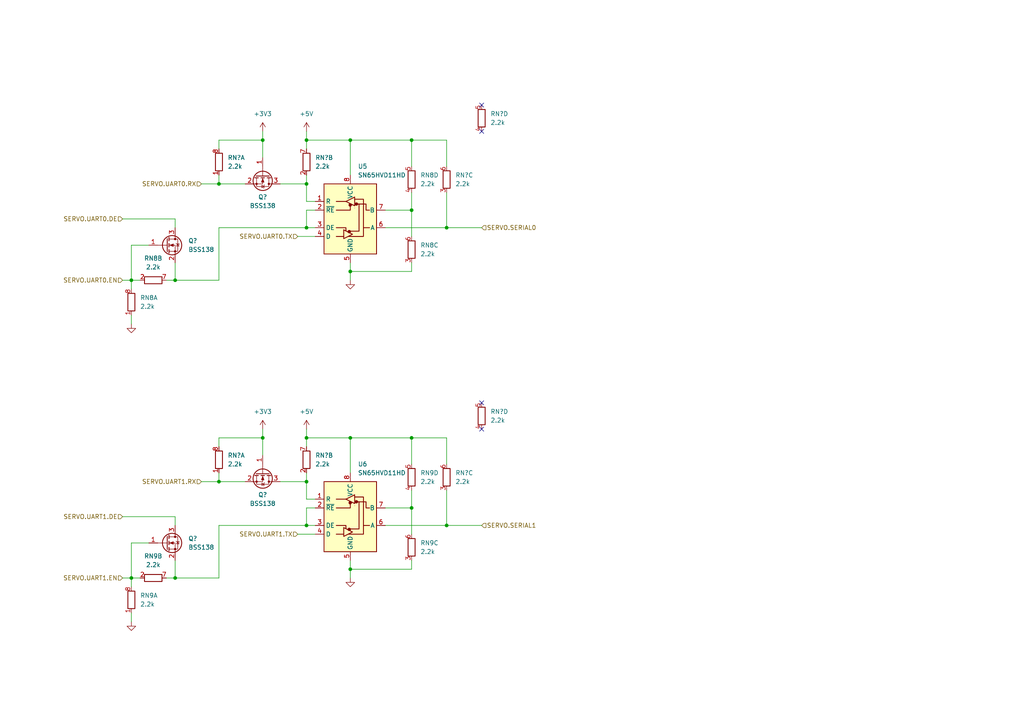
<source format=kicad_sch>
(kicad_sch (version 20230121) (generator eeschema)

  (uuid c01c4936-e4d8-458d-ad23-7b1ad5efd838)

  (paper "A4")

  (lib_symbols
    (symbol "Device:R_Pack04_Split" (pin_names (offset 0) hide) (in_bom yes) (on_board yes)
      (property "Reference" "RN" (at 2.032 0 90)
        (effects (font (size 1.27 1.27)))
      )
      (property "Value" "R_Pack04_Split" (at 0 0 90)
        (effects (font (size 1.27 1.27)))
      )
      (property "Footprint" "" (at -2.032 0 90)
        (effects (font (size 1.27 1.27)) hide)
      )
      (property "Datasheet" "~" (at 0 0 0)
        (effects (font (size 1.27 1.27)) hide)
      )
      (property "ki_keywords" "R network parallel topology isolated" (at 0 0 0)
        (effects (font (size 1.27 1.27)) hide)
      )
      (property "ki_description" "4 resistor network, parallel topology, split" (at 0 0 0)
        (effects (font (size 1.27 1.27)) hide)
      )
      (property "ki_fp_filters" "DIP* SOIC* R*Array*Concave* R*Array*Convex*" (at 0 0 0)
        (effects (font (size 1.27 1.27)) hide)
      )
      (symbol "R_Pack04_Split_0_1"
        (rectangle (start 1.016 2.54) (end -1.016 -2.54)
          (stroke (width 0.254) (type default))
          (fill (type none))
        )
      )
      (symbol "R_Pack04_Split_1_1"
        (pin passive line (at 0 -3.81 90) (length 1.27)
          (name "R1.1" (effects (font (size 1.27 1.27))))
          (number "1" (effects (font (size 1.27 1.27))))
        )
        (pin passive line (at 0 3.81 270) (length 1.27)
          (name "R1.2" (effects (font (size 1.27 1.27))))
          (number "8" (effects (font (size 1.27 1.27))))
        )
      )
      (symbol "R_Pack04_Split_2_1"
        (pin passive line (at 0 -3.81 90) (length 1.27)
          (name "R2.1" (effects (font (size 1.27 1.27))))
          (number "2" (effects (font (size 1.27 1.27))))
        )
        (pin passive line (at 0 3.81 270) (length 1.27)
          (name "R2.2" (effects (font (size 1.27 1.27))))
          (number "7" (effects (font (size 1.27 1.27))))
        )
      )
      (symbol "R_Pack04_Split_3_1"
        (pin passive line (at 0 -3.81 90) (length 1.27)
          (name "R3.1" (effects (font (size 1.27 1.27))))
          (number "3" (effects (font (size 1.27 1.27))))
        )
        (pin passive line (at 0 3.81 270) (length 1.27)
          (name "R3.2" (effects (font (size 1.27 1.27))))
          (number "6" (effects (font (size 1.27 1.27))))
        )
      )
      (symbol "R_Pack04_Split_4_1"
        (pin passive line (at 0 -3.81 90) (length 1.27)
          (name "R4.1" (effects (font (size 1.27 1.27))))
          (number "4" (effects (font (size 1.27 1.27))))
        )
        (pin passive line (at 0 3.81 270) (length 1.27)
          (name "R4.2" (effects (font (size 1.27 1.27))))
          (number "5" (effects (font (size 1.27 1.27))))
        )
      )
    )
    (symbol "Interface_UART:SN65HVD11HD" (in_bom yes) (on_board yes)
      (property "Reference" "U" (at -7.62 12.7 0)
        (effects (font (size 1.27 1.27)))
      )
      (property "Value" "SN65HVD11HD" (at 2.54 12.7 0)
        (effects (font (size 1.27 1.27)) (justify left))
      )
      (property "Footprint" "Package_SO:SOIC-8_3.9x4.9mm_P1.27mm" (at 0 22.86 0)
        (effects (font (size 1.27 1.27)) hide)
      )
      (property "Datasheet" "http://www.ti.com/lit/ds/symlink/sn65hvd11-ht.pdf" (at 0 25.4 0)
        (effects (font (size 1.27 1.27)) hide)
      )
      (property "ki_keywords" "rs485 transceiver" (at 0 0 0)
        (effects (font (size 1.27 1.27)) hide)
      )
      (property "ki_description" "3.3V, RS-485 Transceiver, SOIC-8" (at 0 0 0)
        (effects (font (size 1.27 1.27)) hide)
      )
      (property "ki_fp_filters" "SOIC*3.9x4.9mm*P1.27mm*" (at 0 0 0)
        (effects (font (size 1.27 1.27)) hide)
      )
      (symbol "SN65HVD11HD_0_1"
        (rectangle (start -7.62 10.16) (end 7.62 -10.16)
          (stroke (width 0.254) (type default))
          (fill (type background))
        )
        (circle (center -0.3048 -3.683) (radius 0.3556)
          (stroke (width 0.254) (type default))
          (fill (type outline))
        )
        (circle (center -0.0254 4.0386) (radius 0.3556)
          (stroke (width 0.254) (type default))
          (fill (type outline))
        )
        (polyline
          (pts
            (xy -4.064 -5.08)
            (xy -1.905 -5.08)
          )
          (stroke (width 0.254) (type default))
          (fill (type none))
        )
        (polyline
          (pts
            (xy -4.064 5.08)
            (xy -1.27 5.08)
          )
          (stroke (width 0.254) (type default))
          (fill (type none))
        )
        (polyline
          (pts
            (xy -1.27 -3.2004)
            (xy -1.27 -3.4544)
          )
          (stroke (width 0.254) (type default))
          (fill (type none))
        )
        (polyline
          (pts
            (xy -4.064 -2.54)
            (xy -1.27 -2.54)
            (xy -1.27 -3.175)
          )
          (stroke (width 0.254) (type default))
          (fill (type none))
        )
        (polyline
          (pts
            (xy 0 3.81)
            (xy 0 2.54)
            (xy -4.064 2.54)
          )
          (stroke (width 0.254) (type default))
          (fill (type none))
        )
        (polyline
          (pts
            (xy 1.27 5.715)
            (xy 3.81 5.715)
            (xy 3.81 -2.54)
          )
          (stroke (width 0.254) (type default))
          (fill (type none))
        )
        (polyline
          (pts
            (xy 2.54 4.318)
            (xy 2.54 -3.556)
            (xy -0.254 -3.556)
          )
          (stroke (width 0.254) (type default))
          (fill (type none))
        )
        (polyline
          (pts
            (xy -1.905 -3.175)
            (xy -1.905 -5.715)
            (xy 0.635 -4.445)
            (xy -1.905 -3.175)
          )
          (stroke (width 0.254) (type default))
          (fill (type none))
        )
        (polyline
          (pts
            (xy -1.27 5.08)
            (xy 1.27 6.35)
            (xy 1.27 3.81)
            (xy -1.27 5.08)
          )
          (stroke (width 0.254) (type default))
          (fill (type none))
        )
        (polyline
          (pts
            (xy -0.508 -5.08)
            (xy 3.81 -5.08)
            (xy 3.81 -2.54)
            (xy 5.588 -2.54)
          )
          (stroke (width 0.254) (type default))
          (fill (type none))
        )
        (polyline
          (pts
            (xy 2.032 4.318)
            (xy 4.572 4.318)
            (xy 4.572 2.54)
            (xy 5.588 2.54)
          )
          (stroke (width 0.254) (type default))
          (fill (type none))
        )
        (rectangle (start 1.27 3.175) (end 1.27 3.175)
          (stroke (width 0) (type default))
          (fill (type none))
        )
        (circle (center 1.778 4.318) (radius 0.3556)
          (stroke (width 0.254) (type default))
          (fill (type outline))
        )
      )
      (symbol "SN65HVD11HD_1_1"
        (pin output line (at -10.16 5.08 0) (length 2.54)
          (name "R" (effects (font (size 1.27 1.27))))
          (number "1" (effects (font (size 1.27 1.27))))
        )
        (pin input line (at -10.16 2.54 0) (length 2.54)
          (name "~{RE}" (effects (font (size 1.27 1.27))))
          (number "2" (effects (font (size 1.27 1.27))))
        )
        (pin input line (at -10.16 -2.54 0) (length 2.54)
          (name "DE" (effects (font (size 1.27 1.27))))
          (number "3" (effects (font (size 1.27 1.27))))
        )
        (pin input line (at -10.16 -5.08 0) (length 2.54)
          (name "D" (effects (font (size 1.27 1.27))))
          (number "4" (effects (font (size 1.27 1.27))))
        )
        (pin power_in line (at 0 -12.7 90) (length 2.54)
          (name "GND" (effects (font (size 1.27 1.27))))
          (number "5" (effects (font (size 1.27 1.27))))
        )
        (pin bidirectional line (at 10.16 -2.54 180) (length 2.54)
          (name "A" (effects (font (size 1.27 1.27))))
          (number "6" (effects (font (size 1.27 1.27))))
        )
        (pin bidirectional line (at 10.16 2.54 180) (length 2.54)
          (name "B" (effects (font (size 1.27 1.27))))
          (number "7" (effects (font (size 1.27 1.27))))
        )
        (pin power_in line (at 0 12.7 270) (length 2.54)
          (name "VCC" (effects (font (size 1.27 1.27))))
          (number "8" (effects (font (size 1.27 1.27))))
        )
      )
    )
    (symbol "Transistor_FET:BSS138" (pin_names hide) (in_bom yes) (on_board yes)
      (property "Reference" "Q" (at 5.08 1.905 0)
        (effects (font (size 1.27 1.27)) (justify left))
      )
      (property "Value" "BSS138" (at 5.08 0 0)
        (effects (font (size 1.27 1.27)) (justify left))
      )
      (property "Footprint" "Package_TO_SOT_SMD:SOT-23" (at 5.08 -1.905 0)
        (effects (font (size 1.27 1.27) italic) (justify left) hide)
      )
      (property "Datasheet" "https://www.onsemi.com/pub/Collateral/BSS138-D.PDF" (at 0 0 0)
        (effects (font (size 1.27 1.27)) (justify left) hide)
      )
      (property "ki_keywords" "N-Channel MOSFET" (at 0 0 0)
        (effects (font (size 1.27 1.27)) hide)
      )
      (property "ki_description" "50V Vds, 0.22A Id, N-Channel MOSFET, SOT-23" (at 0 0 0)
        (effects (font (size 1.27 1.27)) hide)
      )
      (property "ki_fp_filters" "SOT?23*" (at 0 0 0)
        (effects (font (size 1.27 1.27)) hide)
      )
      (symbol "BSS138_0_1"
        (polyline
          (pts
            (xy 0.254 0)
            (xy -2.54 0)
          )
          (stroke (width 0) (type default))
          (fill (type none))
        )
        (polyline
          (pts
            (xy 0.254 1.905)
            (xy 0.254 -1.905)
          )
          (stroke (width 0.254) (type default))
          (fill (type none))
        )
        (polyline
          (pts
            (xy 0.762 -1.27)
            (xy 0.762 -2.286)
          )
          (stroke (width 0.254) (type default))
          (fill (type none))
        )
        (polyline
          (pts
            (xy 0.762 0.508)
            (xy 0.762 -0.508)
          )
          (stroke (width 0.254) (type default))
          (fill (type none))
        )
        (polyline
          (pts
            (xy 0.762 2.286)
            (xy 0.762 1.27)
          )
          (stroke (width 0.254) (type default))
          (fill (type none))
        )
        (polyline
          (pts
            (xy 2.54 2.54)
            (xy 2.54 1.778)
          )
          (stroke (width 0) (type default))
          (fill (type none))
        )
        (polyline
          (pts
            (xy 2.54 -2.54)
            (xy 2.54 0)
            (xy 0.762 0)
          )
          (stroke (width 0) (type default))
          (fill (type none))
        )
        (polyline
          (pts
            (xy 0.762 -1.778)
            (xy 3.302 -1.778)
            (xy 3.302 1.778)
            (xy 0.762 1.778)
          )
          (stroke (width 0) (type default))
          (fill (type none))
        )
        (polyline
          (pts
            (xy 1.016 0)
            (xy 2.032 0.381)
            (xy 2.032 -0.381)
            (xy 1.016 0)
          )
          (stroke (width 0) (type default))
          (fill (type outline))
        )
        (polyline
          (pts
            (xy 2.794 0.508)
            (xy 2.921 0.381)
            (xy 3.683 0.381)
            (xy 3.81 0.254)
          )
          (stroke (width 0) (type default))
          (fill (type none))
        )
        (polyline
          (pts
            (xy 3.302 0.381)
            (xy 2.921 -0.254)
            (xy 3.683 -0.254)
            (xy 3.302 0.381)
          )
          (stroke (width 0) (type default))
          (fill (type none))
        )
        (circle (center 1.651 0) (radius 2.794)
          (stroke (width 0.254) (type default))
          (fill (type none))
        )
        (circle (center 2.54 -1.778) (radius 0.254)
          (stroke (width 0) (type default))
          (fill (type outline))
        )
        (circle (center 2.54 1.778) (radius 0.254)
          (stroke (width 0) (type default))
          (fill (type outline))
        )
      )
      (symbol "BSS138_1_1"
        (pin input line (at -5.08 0 0) (length 2.54)
          (name "G" (effects (font (size 1.27 1.27))))
          (number "1" (effects (font (size 1.27 1.27))))
        )
        (pin passive line (at 2.54 -5.08 90) (length 2.54)
          (name "S" (effects (font (size 1.27 1.27))))
          (number "2" (effects (font (size 1.27 1.27))))
        )
        (pin passive line (at 2.54 5.08 270) (length 2.54)
          (name "D" (effects (font (size 1.27 1.27))))
          (number "3" (effects (font (size 1.27 1.27))))
        )
      )
    )
    (symbol "power:+3V3" (power) (pin_names (offset 0)) (in_bom yes) (on_board yes)
      (property "Reference" "#PWR" (at 0 -3.81 0)
        (effects (font (size 1.27 1.27)) hide)
      )
      (property "Value" "+3V3" (at 0 3.556 0)
        (effects (font (size 1.27 1.27)))
      )
      (property "Footprint" "" (at 0 0 0)
        (effects (font (size 1.27 1.27)) hide)
      )
      (property "Datasheet" "" (at 0 0 0)
        (effects (font (size 1.27 1.27)) hide)
      )
      (property "ki_keywords" "global power" (at 0 0 0)
        (effects (font (size 1.27 1.27)) hide)
      )
      (property "ki_description" "Power symbol creates a global label with name \"+3V3\"" (at 0 0 0)
        (effects (font (size 1.27 1.27)) hide)
      )
      (symbol "+3V3_0_1"
        (polyline
          (pts
            (xy -0.762 1.27)
            (xy 0 2.54)
          )
          (stroke (width 0) (type default))
          (fill (type none))
        )
        (polyline
          (pts
            (xy 0 0)
            (xy 0 2.54)
          )
          (stroke (width 0) (type default))
          (fill (type none))
        )
        (polyline
          (pts
            (xy 0 2.54)
            (xy 0.762 1.27)
          )
          (stroke (width 0) (type default))
          (fill (type none))
        )
      )
      (symbol "+3V3_1_1"
        (pin power_in line (at 0 0 90) (length 0) hide
          (name "+3V3" (effects (font (size 1.27 1.27))))
          (number "1" (effects (font (size 1.27 1.27))))
        )
      )
    )
    (symbol "power:+5V" (power) (pin_names (offset 0)) (in_bom yes) (on_board yes)
      (property "Reference" "#PWR" (at 0 -3.81 0)
        (effects (font (size 1.27 1.27)) hide)
      )
      (property "Value" "+5V" (at 0 3.556 0)
        (effects (font (size 1.27 1.27)))
      )
      (property "Footprint" "" (at 0 0 0)
        (effects (font (size 1.27 1.27)) hide)
      )
      (property "Datasheet" "" (at 0 0 0)
        (effects (font (size 1.27 1.27)) hide)
      )
      (property "ki_keywords" "global power" (at 0 0 0)
        (effects (font (size 1.27 1.27)) hide)
      )
      (property "ki_description" "Power symbol creates a global label with name \"+5V\"" (at 0 0 0)
        (effects (font (size 1.27 1.27)) hide)
      )
      (symbol "+5V_0_1"
        (polyline
          (pts
            (xy -0.762 1.27)
            (xy 0 2.54)
          )
          (stroke (width 0) (type default))
          (fill (type none))
        )
        (polyline
          (pts
            (xy 0 0)
            (xy 0 2.54)
          )
          (stroke (width 0) (type default))
          (fill (type none))
        )
        (polyline
          (pts
            (xy 0 2.54)
            (xy 0.762 1.27)
          )
          (stroke (width 0) (type default))
          (fill (type none))
        )
      )
      (symbol "+5V_1_1"
        (pin power_in line (at 0 0 90) (length 0) hide
          (name "+5V" (effects (font (size 1.27 1.27))))
          (number "1" (effects (font (size 1.27 1.27))))
        )
      )
    )
    (symbol "power:GND" (power) (pin_names (offset 0)) (in_bom yes) (on_board yes)
      (property "Reference" "#PWR" (at 0 -6.35 0)
        (effects (font (size 1.27 1.27)) hide)
      )
      (property "Value" "GND" (at 0 -3.81 0)
        (effects (font (size 1.27 1.27)))
      )
      (property "Footprint" "" (at 0 0 0)
        (effects (font (size 1.27 1.27)) hide)
      )
      (property "Datasheet" "" (at 0 0 0)
        (effects (font (size 1.27 1.27)) hide)
      )
      (property "ki_keywords" "global power" (at 0 0 0)
        (effects (font (size 1.27 1.27)) hide)
      )
      (property "ki_description" "Power symbol creates a global label with name \"GND\" , ground" (at 0 0 0)
        (effects (font (size 1.27 1.27)) hide)
      )
      (symbol "GND_0_1"
        (polyline
          (pts
            (xy 0 0)
            (xy 0 -1.27)
            (xy 1.27 -1.27)
            (xy 0 -2.54)
            (xy -1.27 -1.27)
            (xy 0 -1.27)
          )
          (stroke (width 0) (type default))
          (fill (type none))
        )
      )
      (symbol "GND_1_1"
        (pin power_in line (at 0 0 270) (length 0) hide
          (name "GND" (effects (font (size 1.27 1.27))))
          (number "1" (effects (font (size 1.27 1.27))))
        )
      )
    )
  )

  (junction (at 101.6 40.64) (diameter 0) (color 0 0 0 0)
    (uuid 0ab45079-baa0-4e12-87af-08f25585a661)
  )
  (junction (at 119.38 147.32) (diameter 0) (color 0 0 0 0)
    (uuid 2e143161-e6aa-4a7c-99c2-33978d526460)
  )
  (junction (at 38.1 167.64) (diameter 0) (color 0 0 0 0)
    (uuid 36a6edd7-39fc-4c41-a39a-37f1e8bded58)
  )
  (junction (at 50.8 81.28) (diameter 0) (color 0 0 0 0)
    (uuid 44a8edb0-1ef8-479f-9af3-610676c7e289)
  )
  (junction (at 63.5 53.34) (diameter 0) (color 0 0 0 0)
    (uuid 4894c141-bd31-4d52-8634-0713a8350626)
  )
  (junction (at 50.8 167.64) (diameter 0) (color 0 0 0 0)
    (uuid 48eb72d9-b1bb-4957-9a5f-9a795f057750)
  )
  (junction (at 88.9 40.64) (diameter 0) (color 0 0 0 0)
    (uuid 4be3ae9b-b7e3-4045-a985-ff100052d42a)
  )
  (junction (at 88.9 139.7) (diameter 0) (color 0 0 0 0)
    (uuid 51270d31-a9c2-4b84-938c-b3958eaa1193)
  )
  (junction (at 63.5 139.7) (diameter 0) (color 0 0 0 0)
    (uuid 5c641425-d093-444f-8b82-3457a4c14271)
  )
  (junction (at 38.1 81.28) (diameter 0) (color 0 0 0 0)
    (uuid 6e9d39eb-1b22-4d96-b0b4-47db3101eaf5)
  )
  (junction (at 88.9 152.4) (diameter 0) (color 0 0 0 0)
    (uuid 71252238-2945-4c63-9e8d-caea45c3edf6)
  )
  (junction (at 129.54 66.04) (diameter 0) (color 0 0 0 0)
    (uuid 7f9d06d3-00ea-483c-9e12-92a4717a1c1a)
  )
  (junction (at 88.9 66.04) (diameter 0) (color 0 0 0 0)
    (uuid 81b21edc-f022-482f-bb1d-2e1f9c25775e)
  )
  (junction (at 119.38 40.64) (diameter 0) (color 0 0 0 0)
    (uuid 9dd7c6ad-68ab-473b-9917-9780013b0279)
  )
  (junction (at 88.9 127) (diameter 0) (color 0 0 0 0)
    (uuid a1804a27-da5d-4a8d-8580-0e5d1938485b)
  )
  (junction (at 129.54 152.4) (diameter 0) (color 0 0 0 0)
    (uuid bb9a370f-c449-4d01-a1d7-586ae2e6185a)
  )
  (junction (at 76.2 127) (diameter 0) (color 0 0 0 0)
    (uuid be3128e3-e7c5-4da7-92af-888b489b44d0)
  )
  (junction (at 101.6 165.1) (diameter 0) (color 0 0 0 0)
    (uuid c2ba05c5-a224-43e1-b6bf-175604654456)
  )
  (junction (at 119.38 127) (diameter 0) (color 0 0 0 0)
    (uuid c5c94b7e-1bfb-4392-a2a7-e335b72be9a5)
  )
  (junction (at 76.2 40.64) (diameter 0) (color 0 0 0 0)
    (uuid ca373e11-22f0-4818-b566-1d1f9ad52a3a)
  )
  (junction (at 119.38 60.96) (diameter 0) (color 0 0 0 0)
    (uuid dc8c045b-1731-4163-8402-a033cb6b9d30)
  )
  (junction (at 101.6 127) (diameter 0) (color 0 0 0 0)
    (uuid e331ea1f-c783-4a1d-890e-3c064bb266e2)
  )
  (junction (at 88.9 53.34) (diameter 0) (color 0 0 0 0)
    (uuid f461c200-ba11-42d1-a794-d329935e1393)
  )
  (junction (at 101.6 78.74) (diameter 0) (color 0 0 0 0)
    (uuid fdab7b82-2093-424d-a7e1-643d1a120d38)
  )

  (no_connect (at 139.7 124.46) (uuid 832b6cd9-99d7-4a91-bace-54483a283ad4))
  (no_connect (at 139.7 116.84) (uuid bcf80084-d734-4019-94a2-085a860d1b22))
  (no_connect (at 139.7 38.1) (uuid eee6931f-3983-4d63-b76c-06b7a4e29e02))
  (no_connect (at 139.7 30.48) (uuid f8a498ef-d356-465d-b1e0-424b5c06ce30))

  (wire (pts (xy 88.9 66.04) (xy 91.44 66.04))
    (stroke (width 0) (type default))
    (uuid 05332edf-a590-42f1-b8c5-6a0a32f64944)
  )
  (wire (pts (xy 101.6 127) (xy 101.6 137.16))
    (stroke (width 0) (type default))
    (uuid 08b50061-0358-4a0a-8698-0c0cd244d71a)
  )
  (wire (pts (xy 119.38 55.88) (xy 119.38 60.96))
    (stroke (width 0) (type default))
    (uuid 0a447efd-e398-46ad-9fb6-87555a8d8a31)
  )
  (wire (pts (xy 86.36 68.58) (xy 91.44 68.58))
    (stroke (width 0) (type default))
    (uuid 0b34e099-fdf0-4a79-a634-d01f96740c77)
  )
  (wire (pts (xy 63.5 127) (xy 76.2 127))
    (stroke (width 0) (type default))
    (uuid 0f997dae-6025-4195-8532-96ee81d1b836)
  )
  (wire (pts (xy 119.38 127) (xy 129.54 127))
    (stroke (width 0) (type default))
    (uuid 1927ad9d-789a-400c-9df3-2493c6b81201)
  )
  (wire (pts (xy 119.38 142.24) (xy 119.38 147.32))
    (stroke (width 0) (type default))
    (uuid 19efd42d-d2a5-4076-be6b-409b739552cb)
  )
  (wire (pts (xy 88.9 127) (xy 101.6 127))
    (stroke (width 0) (type default))
    (uuid 1cba97ff-c1f3-491f-9c70-b97918765e42)
  )
  (wire (pts (xy 119.38 40.64) (xy 119.38 48.26))
    (stroke (width 0) (type default))
    (uuid 222d59be-edd6-4adb-8e04-90360cd8bf96)
  )
  (wire (pts (xy 63.5 40.64) (xy 63.5 43.18))
    (stroke (width 0) (type default))
    (uuid 24a6bdbf-4bcb-44b6-b6ce-9456597b742c)
  )
  (wire (pts (xy 35.56 149.86) (xy 50.8 149.86))
    (stroke (width 0) (type default))
    (uuid 28f80dbe-042a-41ba-9048-77a00009c782)
  )
  (wire (pts (xy 38.1 157.48) (xy 38.1 167.64))
    (stroke (width 0) (type default))
    (uuid 30a8e84a-bdbf-4604-a79d-fe51ac78c03c)
  )
  (wire (pts (xy 101.6 40.64) (xy 101.6 50.8))
    (stroke (width 0) (type default))
    (uuid 35aa154c-6da4-4608-8dac-f635550f6aea)
  )
  (wire (pts (xy 119.38 78.74) (xy 119.38 76.2))
    (stroke (width 0) (type default))
    (uuid 393ea668-41ef-4c82-9943-da5145d6b824)
  )
  (wire (pts (xy 88.9 38.1) (xy 88.9 40.64))
    (stroke (width 0) (type default))
    (uuid 394e3b40-b04f-4d7e-a2e1-90f44cca0265)
  )
  (wire (pts (xy 63.5 40.64) (xy 76.2 40.64))
    (stroke (width 0) (type default))
    (uuid 3a6665a3-9336-4ed2-a21e-0fdabb855b6d)
  )
  (wire (pts (xy 129.54 142.24) (xy 129.54 152.4))
    (stroke (width 0) (type default))
    (uuid 3b2d94c0-8a52-4fab-8afe-5eeff636ad2a)
  )
  (wire (pts (xy 50.8 63.5) (xy 50.8 66.04))
    (stroke (width 0) (type default))
    (uuid 40ef0633-4763-41e4-803c-d825569c983c)
  )
  (wire (pts (xy 88.9 50.8) (xy 88.9 53.34))
    (stroke (width 0) (type default))
    (uuid 45a29597-3301-4e30-90fe-85babd7af0ba)
  )
  (wire (pts (xy 119.38 147.32) (xy 119.38 154.94))
    (stroke (width 0) (type default))
    (uuid 4bcaa0a5-6190-48a2-b471-2d7b7c51fe26)
  )
  (wire (pts (xy 76.2 124.46) (xy 76.2 127))
    (stroke (width 0) (type default))
    (uuid 4cb9fa04-10fd-435f-9deb-90e92f0202ac)
  )
  (wire (pts (xy 101.6 165.1) (xy 101.6 167.64))
    (stroke (width 0) (type default))
    (uuid 527cf3c9-d6ce-44fc-8bf1-4f242dfb09d6)
  )
  (wire (pts (xy 63.5 167.64) (xy 63.5 152.4))
    (stroke (width 0) (type default))
    (uuid 5ec4fbf1-2bcc-437c-b909-cd3942b038f7)
  )
  (wire (pts (xy 35.56 167.64) (xy 38.1 167.64))
    (stroke (width 0) (type default))
    (uuid 5ed5905d-49b4-46b6-a5e5-40fc1977c1d8)
  )
  (wire (pts (xy 38.1 167.64) (xy 40.64 167.64))
    (stroke (width 0) (type default))
    (uuid 6103e7d3-0513-485f-9fb1-3cfea09367be)
  )
  (wire (pts (xy 119.38 165.1) (xy 119.38 162.56))
    (stroke (width 0) (type default))
    (uuid 61117d88-4634-4262-9bbe-a4dddd822855)
  )
  (wire (pts (xy 38.1 91.44) (xy 38.1 93.98))
    (stroke (width 0) (type default))
    (uuid 63528636-2ae7-42e7-9d69-4e85817fe325)
  )
  (wire (pts (xy 63.5 152.4) (xy 88.9 152.4))
    (stroke (width 0) (type default))
    (uuid 66dad346-a014-417c-a322-725dc21ffd87)
  )
  (wire (pts (xy 63.5 53.34) (xy 71.12 53.34))
    (stroke (width 0) (type default))
    (uuid 684e2715-df40-404d-8e9a-41fc5719b062)
  )
  (wire (pts (xy 111.76 147.32) (xy 119.38 147.32))
    (stroke (width 0) (type default))
    (uuid 6ab0a8a4-4a2e-4173-9786-939e92d32b68)
  )
  (wire (pts (xy 111.76 152.4) (xy 129.54 152.4))
    (stroke (width 0) (type default))
    (uuid 6ab0d805-5544-45a2-ac68-2e754efce960)
  )
  (wire (pts (xy 50.8 149.86) (xy 50.8 152.4))
    (stroke (width 0) (type default))
    (uuid 6be25e7a-6b92-4018-970f-73543e8eddb7)
  )
  (wire (pts (xy 129.54 152.4) (xy 139.7 152.4))
    (stroke (width 0) (type default))
    (uuid 6e22f697-eef2-4b41-ab12-143d021351ae)
  )
  (wire (pts (xy 63.5 139.7) (xy 71.12 139.7))
    (stroke (width 0) (type default))
    (uuid 6eaf63dc-53ba-42e4-bef6-466475425565)
  )
  (wire (pts (xy 101.6 165.1) (xy 119.38 165.1))
    (stroke (width 0) (type default))
    (uuid 6fae8d16-3e92-4308-ac56-dfae33e58f5e)
  )
  (wire (pts (xy 50.8 81.28) (xy 63.5 81.28))
    (stroke (width 0) (type default))
    (uuid 70a31f6e-8074-4ca5-bada-704e787034c8)
  )
  (wire (pts (xy 111.76 66.04) (xy 129.54 66.04))
    (stroke (width 0) (type default))
    (uuid 711745da-db35-446a-9e82-041ba24736bb)
  )
  (wire (pts (xy 50.8 167.64) (xy 50.8 162.56))
    (stroke (width 0) (type default))
    (uuid 72f4c066-0bb8-4fd4-b10c-f0a8ef53f20c)
  )
  (wire (pts (xy 88.9 124.46) (xy 88.9 127))
    (stroke (width 0) (type default))
    (uuid 73409c23-17d4-4260-b59e-a2a15915e35a)
  )
  (wire (pts (xy 88.9 137.16) (xy 88.9 139.7))
    (stroke (width 0) (type default))
    (uuid 736a8440-3be9-440b-bf5d-b47042937523)
  )
  (wire (pts (xy 76.2 127) (xy 76.2 132.08))
    (stroke (width 0) (type default))
    (uuid 7afb4afe-1013-49fc-a8d4-30d93418f48c)
  )
  (wire (pts (xy 129.54 127) (xy 129.54 134.62))
    (stroke (width 0) (type default))
    (uuid 7c85d936-de2d-4b13-928e-139e203ed58b)
  )
  (wire (pts (xy 35.56 63.5) (xy 50.8 63.5))
    (stroke (width 0) (type default))
    (uuid 7fb37f9a-97cb-4608-8d78-29d2a248c0ab)
  )
  (wire (pts (xy 38.1 177.8) (xy 38.1 180.34))
    (stroke (width 0) (type default))
    (uuid 80d90060-279e-4a37-a662-2412382a2ede)
  )
  (wire (pts (xy 101.6 78.74) (xy 101.6 81.28))
    (stroke (width 0) (type default))
    (uuid 813a6e86-580a-432e-adeb-444630381015)
  )
  (wire (pts (xy 88.9 40.64) (xy 88.9 43.18))
    (stroke (width 0) (type default))
    (uuid 850763e0-b52e-4a7c-96db-74eb36a76968)
  )
  (wire (pts (xy 101.6 78.74) (xy 119.38 78.74))
    (stroke (width 0) (type default))
    (uuid 8543c9d9-e96e-4821-98e0-46b25ef5a1fe)
  )
  (wire (pts (xy 88.9 60.96) (xy 91.44 60.96))
    (stroke (width 0) (type default))
    (uuid 866a5e8b-4ce9-468b-a785-745ca6c10282)
  )
  (wire (pts (xy 38.1 81.28) (xy 40.64 81.28))
    (stroke (width 0) (type default))
    (uuid 87edec6b-35db-4e81-8d42-c4a478c13d87)
  )
  (wire (pts (xy 48.26 81.28) (xy 50.8 81.28))
    (stroke (width 0) (type default))
    (uuid 8b34fdb7-d1d5-4177-9147-e78a69b00739)
  )
  (wire (pts (xy 119.38 127) (xy 101.6 127))
    (stroke (width 0) (type default))
    (uuid 8f1c44cd-ee4c-4a0b-95f5-11ff7e941b81)
  )
  (wire (pts (xy 88.9 147.32) (xy 91.44 147.32))
    (stroke (width 0) (type default))
    (uuid 92575292-80dc-4a7d-bc58-fc794cbc9a9c)
  )
  (wire (pts (xy 88.9 144.78) (xy 91.44 144.78))
    (stroke (width 0) (type default))
    (uuid 947222c4-bd3c-4ca5-b320-e45055a531bd)
  )
  (wire (pts (xy 88.9 53.34) (xy 88.9 58.42))
    (stroke (width 0) (type default))
    (uuid 973279a8-a902-476e-82fe-679e95595e65)
  )
  (wire (pts (xy 88.9 152.4) (xy 88.9 147.32))
    (stroke (width 0) (type default))
    (uuid 9e63c833-fbe3-46b2-b407-063d31e3fdc9)
  )
  (wire (pts (xy 88.9 40.64) (xy 101.6 40.64))
    (stroke (width 0) (type default))
    (uuid 9f520017-4edd-45ba-985c-1090d326ac06)
  )
  (wire (pts (xy 88.9 66.04) (xy 88.9 60.96))
    (stroke (width 0) (type default))
    (uuid 9fc90966-8049-40f2-adea-31cbe92b1d1f)
  )
  (wire (pts (xy 63.5 66.04) (xy 88.9 66.04))
    (stroke (width 0) (type default))
    (uuid a4bc49e9-e074-4aa9-94d4-fadcc0c125b1)
  )
  (wire (pts (xy 50.8 167.64) (xy 63.5 167.64))
    (stroke (width 0) (type default))
    (uuid a50a7b5e-20cf-411c-bcd4-fbd3e481d916)
  )
  (wire (pts (xy 63.5 137.16) (xy 63.5 139.7))
    (stroke (width 0) (type default))
    (uuid a5ddbfc4-f02a-4aa7-98d5-9e85338c1a43)
  )
  (wire (pts (xy 81.28 139.7) (xy 88.9 139.7))
    (stroke (width 0) (type default))
    (uuid a754eb76-af07-4c8d-956d-8dff64767602)
  )
  (wire (pts (xy 88.9 139.7) (xy 88.9 144.78))
    (stroke (width 0) (type default))
    (uuid ad1313f9-93a8-4248-845b-079caecfead6)
  )
  (wire (pts (xy 48.26 167.64) (xy 50.8 167.64))
    (stroke (width 0) (type default))
    (uuid ad4908f0-1ace-451e-b3cc-5e128cd4d0ee)
  )
  (wire (pts (xy 119.38 40.64) (xy 101.6 40.64))
    (stroke (width 0) (type default))
    (uuid ade5a24e-8c45-4375-ad8e-08231c41f9a6)
  )
  (wire (pts (xy 63.5 50.8) (xy 63.5 53.34))
    (stroke (width 0) (type default))
    (uuid af835279-d89a-41db-96cc-be1500d341f8)
  )
  (wire (pts (xy 129.54 40.64) (xy 129.54 48.26))
    (stroke (width 0) (type default))
    (uuid b1241e52-26c0-4603-82f3-6368850b12d0)
  )
  (wire (pts (xy 88.9 152.4) (xy 91.44 152.4))
    (stroke (width 0) (type default))
    (uuid b55f91ed-0fde-490d-bf29-fcef9b6dfb40)
  )
  (wire (pts (xy 63.5 127) (xy 63.5 129.54))
    (stroke (width 0) (type default))
    (uuid bdf3e19c-1d9e-42ea-8072-b60e090dd465)
  )
  (wire (pts (xy 129.54 55.88) (xy 129.54 66.04))
    (stroke (width 0) (type default))
    (uuid bdfb2175-38e1-46a1-99dc-d3822af97133)
  )
  (wire (pts (xy 86.36 154.94) (xy 91.44 154.94))
    (stroke (width 0) (type default))
    (uuid c3806b03-a124-4ed8-a333-87e3991d167e)
  )
  (wire (pts (xy 58.42 139.7) (xy 63.5 139.7))
    (stroke (width 0) (type default))
    (uuid c43a1898-00cd-40aa-abe6-390cc01ac85f)
  )
  (wire (pts (xy 88.9 58.42) (xy 91.44 58.42))
    (stroke (width 0) (type default))
    (uuid c4480a3e-030f-4382-bccc-ab86bd9f194e)
  )
  (wire (pts (xy 35.56 81.28) (xy 38.1 81.28))
    (stroke (width 0) (type default))
    (uuid d3564576-4496-4aae-b5ec-dfbdfe17840d)
  )
  (wire (pts (xy 58.42 53.34) (xy 63.5 53.34))
    (stroke (width 0) (type default))
    (uuid d5dc733e-da2c-43e3-ab34-3d595fd615f7)
  )
  (wire (pts (xy 111.76 60.96) (xy 119.38 60.96))
    (stroke (width 0) (type default))
    (uuid d6818c29-f512-48a0-9b52-2f8329973ee9)
  )
  (wire (pts (xy 38.1 167.64) (xy 38.1 170.18))
    (stroke (width 0) (type default))
    (uuid d704d3a7-1ca0-41cb-b52d-4e772f70aba1)
  )
  (wire (pts (xy 38.1 81.28) (xy 38.1 83.82))
    (stroke (width 0) (type default))
    (uuid d7fe98d3-3900-42a9-86f0-14ca8e9e289d)
  )
  (wire (pts (xy 50.8 81.28) (xy 50.8 76.2))
    (stroke (width 0) (type default))
    (uuid d982d308-5c8a-460c-b317-b975a5ed94ab)
  )
  (wire (pts (xy 101.6 162.56) (xy 101.6 165.1))
    (stroke (width 0) (type default))
    (uuid da1857a2-a3dd-4ec1-bcbc-54ea0d2a5b9a)
  )
  (wire (pts (xy 38.1 71.12) (xy 43.18 71.12))
    (stroke (width 0) (type default))
    (uuid dac1730e-0d1d-44d1-a47c-8095e25b1d65)
  )
  (wire (pts (xy 76.2 40.64) (xy 76.2 45.72))
    (stroke (width 0) (type default))
    (uuid dd53d6ce-e9ea-4919-9fdc-e30348f98b76)
  )
  (wire (pts (xy 81.28 53.34) (xy 88.9 53.34))
    (stroke (width 0) (type default))
    (uuid dd5fe84e-2ee1-44ed-8ca0-4904a0ddfaa6)
  )
  (wire (pts (xy 76.2 38.1) (xy 76.2 40.64))
    (stroke (width 0) (type default))
    (uuid dd68bfd0-556b-4156-9f53-da3651dbf2ca)
  )
  (wire (pts (xy 63.5 81.28) (xy 63.5 66.04))
    (stroke (width 0) (type default))
    (uuid df07bf31-f18c-4edd-aaeb-7f940e8dbc41)
  )
  (wire (pts (xy 88.9 127) (xy 88.9 129.54))
    (stroke (width 0) (type default))
    (uuid e9897f41-b259-4bfd-8774-33ed35872856)
  )
  (wire (pts (xy 129.54 66.04) (xy 139.7 66.04))
    (stroke (width 0) (type default))
    (uuid ef2fdea8-c91b-4713-9ba7-292278e932db)
  )
  (wire (pts (xy 38.1 157.48) (xy 43.18 157.48))
    (stroke (width 0) (type default))
    (uuid f2616d17-dd29-4743-8ae8-40156bd52250)
  )
  (wire (pts (xy 119.38 40.64) (xy 129.54 40.64))
    (stroke (width 0) (type default))
    (uuid f4a845bc-cf7d-437d-9d56-423911c6ec69)
  )
  (wire (pts (xy 119.38 127) (xy 119.38 134.62))
    (stroke (width 0) (type default))
    (uuid f61d8928-22be-40cf-9462-bde5a6d11958)
  )
  (wire (pts (xy 38.1 71.12) (xy 38.1 81.28))
    (stroke (width 0) (type default))
    (uuid f7a50d5a-73a5-45b4-9fce-e12137cc317b)
  )
  (wire (pts (xy 101.6 76.2) (xy 101.6 78.74))
    (stroke (width 0) (type default))
    (uuid f94d7f13-df40-4efd-9d7b-55bb957e4936)
  )
  (wire (pts (xy 119.38 60.96) (xy 119.38 68.58))
    (stroke (width 0) (type default))
    (uuid fd8c981c-56ee-4461-a420-b7e1cb5878be)
  )

  (hierarchical_label "SERVO.UART1.DE" (shape input) (at 35.56 149.86 180) (fields_autoplaced)
    (effects (font (size 1.27 1.27)) (justify right))
    (uuid 015a1000-1743-444d-a159-ab780c9da025)
  )
  (hierarchical_label "SERVO.UART1.EN" (shape input) (at 35.56 167.64 180) (fields_autoplaced)
    (effects (font (size 1.27 1.27)) (justify right))
    (uuid 09a0cd30-c68e-47b3-ace8-3d21101afc36)
  )
  (hierarchical_label "SERVO.UART1.TX" (shape input) (at 86.36 154.94 180) (fields_autoplaced)
    (effects (font (size 1.27 1.27)) (justify right))
    (uuid 13a26888-8c63-4b8e-9f5a-8cecce9e8ff2)
  )
  (hierarchical_label "SERVO.SERIAL1" (shape input) (at 139.7 152.4 0) (fields_autoplaced)
    (effects (font (size 1.27 1.27)) (justify left))
    (uuid 3563efd2-05bd-4e33-91f5-d27573d414be)
  )
  (hierarchical_label "SERVO.UART0.DE" (shape input) (at 35.56 63.5 180) (fields_autoplaced)
    (effects (font (size 1.27 1.27)) (justify right))
    (uuid 623c617c-63a0-426f-b0f1-4306d8baa59f)
  )
  (hierarchical_label "SERVO.UART0.TX" (shape input) (at 86.36 68.58 180) (fields_autoplaced)
    (effects (font (size 1.27 1.27)) (justify right))
    (uuid ac53754a-3679-448d-bd44-f693a40d34de)
  )
  (hierarchical_label "SERVO.UART0.RX" (shape input) (at 58.42 53.34 180) (fields_autoplaced)
    (effects (font (size 1.27 1.27)) (justify right))
    (uuid aca20cd3-3742-4110-ba56-8968f513001a)
  )
  (hierarchical_label "SERVO.UART0.EN" (shape input) (at 35.56 81.28 180) (fields_autoplaced)
    (effects (font (size 1.27 1.27)) (justify right))
    (uuid b2323a5b-e3f7-4248-9f5d-e1af40c28c3f)
  )
  (hierarchical_label "SERVO.UART1.RX" (shape input) (at 58.42 139.7 180) (fields_autoplaced)
    (effects (font (size 1.27 1.27)) (justify right))
    (uuid c4368552-e5dc-4999-a48f-a6e2e2d607fe)
  )
  (hierarchical_label "SERVO.SERIAL0" (shape input) (at 139.7 66.04 0) (fields_autoplaced)
    (effects (font (size 1.27 1.27)) (justify left))
    (uuid d451ee46-680b-4e42-90a0-97a02ec4aae6)
  )

  (symbol (lib_id "power:+3V3") (at 76.2 124.46 0) (unit 1)
    (in_bom yes) (on_board yes) (dnp no) (fields_autoplaced)
    (uuid 01c24247-c8ac-435c-82eb-c45955792c0d)
    (property "Reference" "#PWR01" (at 76.2 128.27 0)
      (effects (font (size 1.27 1.27)) hide)
    )
    (property "Value" "+3V3" (at 76.2 119.38 0)
      (effects (font (size 1.27 1.27)))
    )
    (property "Footprint" "" (at 76.2 124.46 0)
      (effects (font (size 1.27 1.27)) hide)
    )
    (property "Datasheet" "" (at 76.2 124.46 0)
      (effects (font (size 1.27 1.27)) hide)
    )
    (pin "1" (uuid 9810ad76-2b3b-48ec-850d-5343c4ffa8c2))
    (instances
      (project "HRU-SCB-RP2040"
        (path "/22d57d1f-fa00-4148-a62a-8eb596ebbd21"
          (reference "#PWR01") (unit 1)
        )
        (path "/22d57d1f-fa00-4148-a62a-8eb596ebbd21/0cbf7606-be01-4f49-97dc-43c83a99d446/a970cf10-9696-4473-8694-7d810e8f315b"
          (reference "#PWR034") (unit 1)
        )
      )
    )
  )

  (symbol (lib_id "Device:R_Pack04_Split") (at 139.7 120.65 0) (unit 4)
    (in_bom yes) (on_board yes) (dnp no) (fields_autoplaced)
    (uuid 027ccadf-b9ad-4704-8a92-211e4bc1096d)
    (property "Reference" "RN?" (at 142.24 119.38 0)
      (effects (font (size 1.27 1.27)) (justify left))
    )
    (property "Value" "2.2k" (at 142.24 121.92 0)
      (effects (font (size 1.27 1.27)) (justify left))
    )
    (property "Footprint" "Resistor_SMD:R_Array_Convex_4x1206" (at 137.668 120.65 90)
      (effects (font (size 1.27 1.27)) hide)
    )
    (property "Datasheet" "~" (at 139.7 120.65 0)
      (effects (font (size 1.27 1.27)) hide)
    )
    (pin "1" (uuid c49712a6-fb70-4181-9523-a9cf0fa6efb3))
    (pin "8" (uuid 70cbb73c-2039-4b5c-8b87-5f185b05813a))
    (pin "2" (uuid b4c8ffa8-aed1-40fc-8b2d-ec492d784135))
    (pin "7" (uuid 19ec953f-0483-47dd-ad58-157643c40d7f))
    (pin "3" (uuid 0643b721-7c0f-498c-a86a-d44849a29f8a))
    (pin "6" (uuid 1b455ab8-e0db-4583-bd5d-3e6cfc2ddc75))
    (pin "4" (uuid 24bd4fcb-8413-4fa7-a534-eb6b0bbfd49b))
    (pin "5" (uuid 7318a19d-bf56-4cc8-85bf-edf301821d95))
    (instances
      (project "HRU-SCB-RP2040"
        (path "/22d57d1f-fa00-4148-a62a-8eb596ebbd21"
          (reference "RN?") (unit 4)
        )
        (path "/22d57d1f-fa00-4148-a62a-8eb596ebbd21/0cbf7606-be01-4f49-97dc-43c83a99d446"
          (reference "RN?") (unit 4)
        )
        (path "/22d57d1f-fa00-4148-a62a-8eb596ebbd21/0cbf7606-be01-4f49-97dc-43c83a99d446/a970cf10-9696-4473-8694-7d810e8f315b"
          (reference "RN11") (unit 4)
        )
      )
    )
  )

  (symbol (lib_id "Device:R_Pack04_Split") (at 119.38 72.39 0) (unit 3)
    (in_bom yes) (on_board yes) (dnp no) (fields_autoplaced)
    (uuid 0f6d9d3b-d958-4317-aa4e-9ad589fdefda)
    (property "Reference" "RN8" (at 121.92 71.12 0)
      (effects (font (size 1.27 1.27)) (justify left))
    )
    (property "Value" "2.2k" (at 121.92 73.66 0)
      (effects (font (size 1.27 1.27)) (justify left))
    )
    (property "Footprint" "Resistor_SMD:R_Array_Convex_4x1206" (at 117.348 72.39 90)
      (effects (font (size 1.27 1.27)) hide)
    )
    (property "Datasheet" "~" (at 119.38 72.39 0)
      (effects (font (size 1.27 1.27)) hide)
    )
    (pin "7" (uuid 549a0bbf-1ad3-41b2-aae3-d0b6cb59f99b))
    (pin "4" (uuid ef694500-46f8-4299-9f42-7ce660c017b5))
    (pin "1" (uuid 866cf79e-70cc-42bd-a581-fb4ef9689b2d))
    (pin "8" (uuid a7c50c1f-2295-4d8e-ad31-5dab31bcc0a3))
    (pin "5" (uuid 66a20bc3-a676-4281-9880-d06e668e9411))
    (pin "2" (uuid 2800e2c8-2191-4157-8ecb-8dc0d185a579))
    (pin "3" (uuid 1b879d5f-370c-44c9-91e5-797fbab78fdf))
    (pin "6" (uuid 34583f7b-1fd3-4302-aaff-801cbb12dcc1))
    (instances
      (project "HRU-SCB-RP2040"
        (path "/22d57d1f-fa00-4148-a62a-8eb596ebbd21/0cbf7606-be01-4f49-97dc-43c83a99d446/a970cf10-9696-4473-8694-7d810e8f315b"
          (reference "RN8") (unit 3)
        )
      )
    )
  )

  (symbol (lib_id "Device:R_Pack04_Split") (at 119.38 138.43 0) (unit 4)
    (in_bom yes) (on_board yes) (dnp no) (fields_autoplaced)
    (uuid 11951664-e39f-462d-99cb-06828444cf17)
    (property "Reference" "RN9" (at 121.92 137.16 0)
      (effects (font (size 1.27 1.27)) (justify left))
    )
    (property "Value" "2.2k" (at 121.92 139.7 0)
      (effects (font (size 1.27 1.27)) (justify left))
    )
    (property "Footprint" "Resistor_SMD:R_Array_Convex_4x1206" (at 117.348 138.43 90)
      (effects (font (size 1.27 1.27)) hide)
    )
    (property "Datasheet" "~" (at 119.38 138.43 0)
      (effects (font (size 1.27 1.27)) hide)
    )
    (pin "5" (uuid 6eccd6c6-49c4-4c74-b6ac-a9091b3e5cae))
    (pin "3" (uuid 926d09f2-31ab-4562-af7b-0adb926057cf))
    (pin "7" (uuid 023aacc0-11ef-4956-8337-08e5303b1140))
    (pin "8" (uuid 417256b5-5d19-43b2-8824-32ed1bf9480c))
    (pin "6" (uuid 7b185900-46c2-4146-9090-86fd34f7337e))
    (pin "2" (uuid 50a7e292-25fc-4145-a542-09944c3e492f))
    (pin "1" (uuid 01f9f422-1f9a-4a91-82aa-02915b75a18e))
    (pin "4" (uuid 13abd782-c3d3-4909-8420-d55f56f5af90))
    (instances
      (project "HRU-SCB-RP2040"
        (path "/22d57d1f-fa00-4148-a62a-8eb596ebbd21/0cbf7606-be01-4f49-97dc-43c83a99d446/a970cf10-9696-4473-8694-7d810e8f315b"
          (reference "RN9") (unit 4)
        )
      )
    )
  )

  (symbol (lib_id "Device:R_Pack04_Split") (at 38.1 87.63 0) (unit 1)
    (in_bom yes) (on_board yes) (dnp no) (fields_autoplaced)
    (uuid 1970bedf-a455-4f6c-bf15-718e28456786)
    (property "Reference" "RN8" (at 40.64 86.36 0)
      (effects (font (size 1.27 1.27)) (justify left))
    )
    (property "Value" "2.2k" (at 40.64 88.9 0)
      (effects (font (size 1.27 1.27)) (justify left))
    )
    (property "Footprint" "Resistor_SMD:R_Array_Convex_4x1206" (at 36.068 87.63 90)
      (effects (font (size 1.27 1.27)) hide)
    )
    (property "Datasheet" "~" (at 38.1 87.63 0)
      (effects (font (size 1.27 1.27)) hide)
    )
    (pin "7" (uuid 549a0bbf-1ad3-41b2-aae3-d0b6cb59f99c))
    (pin "4" (uuid ef694500-46f8-4299-9f42-7ce660c017b6))
    (pin "1" (uuid 866cf79e-70cc-42bd-a581-fb4ef9689b2e))
    (pin "8" (uuid a7c50c1f-2295-4d8e-ad31-5dab31bcc0a4))
    (pin "5" (uuid 66a20bc3-a676-4281-9880-d06e668e9412))
    (pin "2" (uuid 2800e2c8-2191-4157-8ecb-8dc0d185a57a))
    (pin "3" (uuid 1b879d5f-370c-44c9-91e5-797fbab78fe0))
    (pin "6" (uuid 34583f7b-1fd3-4302-aaff-801cbb12dcc2))
    (instances
      (project "HRU-SCB-RP2040"
        (path "/22d57d1f-fa00-4148-a62a-8eb596ebbd21/0cbf7606-be01-4f49-97dc-43c83a99d446/a970cf10-9696-4473-8694-7d810e8f315b"
          (reference "RN8") (unit 1)
        )
      )
    )
  )

  (symbol (lib_id "Device:R_Pack04_Split") (at 129.54 52.07 0) (unit 3)
    (in_bom yes) (on_board yes) (dnp no) (fields_autoplaced)
    (uuid 24774218-ffd0-42d6-804a-dd28ef50ffaa)
    (property "Reference" "RN?" (at 132.08 50.8 0)
      (effects (font (size 1.27 1.27)) (justify left))
    )
    (property "Value" "2.2k" (at 132.08 53.34 0)
      (effects (font (size 1.27 1.27)) (justify left))
    )
    (property "Footprint" "Resistor_SMD:R_Array_Convex_4x1206" (at 127.508 52.07 90)
      (effects (font (size 1.27 1.27)) hide)
    )
    (property "Datasheet" "~" (at 129.54 52.07 0)
      (effects (font (size 1.27 1.27)) hide)
    )
    (pin "1" (uuid eaaade74-3af1-44d9-ac9c-00d1869eaa5f))
    (pin "8" (uuid 2be22ae6-d519-49c2-91f5-82a6d7d747f7))
    (pin "2" (uuid ff98f9f4-2632-4e09-8157-c4af7da9e66b))
    (pin "7" (uuid aabf4cba-376f-423c-b43e-28f229f37e12))
    (pin "3" (uuid 9cb25181-6326-4ef3-96a7-64e838910fca))
    (pin "6" (uuid 0d3374e2-2b32-4ca6-b5ac-55091106d2c9))
    (pin "4" (uuid c48d3921-bd34-4918-85d1-09bcae428ae6))
    (pin "5" (uuid 7976c285-8748-4b31-8d43-f0e2e93f1f31))
    (instances
      (project "HRU-SCB-RP2040"
        (path "/22d57d1f-fa00-4148-a62a-8eb596ebbd21"
          (reference "RN?") (unit 3)
        )
        (path "/22d57d1f-fa00-4148-a62a-8eb596ebbd21/0cbf7606-be01-4f49-97dc-43c83a99d446"
          (reference "RN?") (unit 3)
        )
        (path "/22d57d1f-fa00-4148-a62a-8eb596ebbd21/0cbf7606-be01-4f49-97dc-43c83a99d446/a970cf10-9696-4473-8694-7d810e8f315b"
          (reference "RN10") (unit 3)
        )
      )
    )
  )

  (symbol (lib_id "Transistor_FET:BSS138") (at 48.26 71.12 0) (unit 1)
    (in_bom yes) (on_board yes) (dnp no)
    (uuid 268a2e0a-3c32-4830-bf34-5702b6dfed63)
    (property "Reference" "Q?" (at 54.61 69.85 0)
      (effects (font (size 1.27 1.27)) (justify left))
    )
    (property "Value" "BSS138" (at 54.61 72.39 0)
      (effects (font (size 1.27 1.27)) (justify left))
    )
    (property "Footprint" "Package_TO_SOT_SMD:SOT-23" (at 53.34 73.025 0)
      (effects (font (size 1.27 1.27) italic) (justify left) hide)
    )
    (property "Datasheet" "https://www.onsemi.com/pub/Collateral/BSS138-D.PDF" (at 48.26 71.12 0)
      (effects (font (size 1.27 1.27)) (justify left) hide)
    )
    (pin "1" (uuid 9cc096f3-58db-4a9e-8825-b3ab702cb73d))
    (pin "2" (uuid 02320956-330f-43c8-87fb-fb4c4455aafb))
    (pin "3" (uuid d8ecd711-6be8-4fca-88f7-193f44619471))
    (instances
      (project "HRU-SCB-RP2040"
        (path "/22d57d1f-fa00-4148-a62a-8eb596ebbd21"
          (reference "Q?") (unit 1)
        )
        (path "/22d57d1f-fa00-4148-a62a-8eb596ebbd21/0cbf7606-be01-4f49-97dc-43c83a99d446"
          (reference "Q?") (unit 1)
        )
        (path "/22d57d1f-fa00-4148-a62a-8eb596ebbd21/0cbf7606-be01-4f49-97dc-43c83a99d446/a970cf10-9696-4473-8694-7d810e8f315b"
          (reference "Q1") (unit 1)
        )
      )
    )
  )

  (symbol (lib_id "power:GND") (at 101.6 81.28 0) (unit 1)
    (in_bom yes) (on_board yes) (dnp no) (fields_autoplaced)
    (uuid 2f80cba1-72f7-4bf9-a2c3-a2aef06e0086)
    (property "Reference" "#PWR?" (at 101.6 87.63 0)
      (effects (font (size 1.27 1.27)) hide)
    )
    (property "Value" "GND" (at 101.6 86.36 0)
      (effects (font (size 1.27 1.27)) hide)
    )
    (property "Footprint" "" (at 101.6 81.28 0)
      (effects (font (size 1.27 1.27)) hide)
    )
    (property "Datasheet" "" (at 101.6 81.28 0)
      (effects (font (size 1.27 1.27)) hide)
    )
    (pin "1" (uuid d33a25ac-216c-41e1-ba84-3e2852c0d17d))
    (instances
      (project "HRU-SCB-RP2040"
        (path "/22d57d1f-fa00-4148-a62a-8eb596ebbd21"
          (reference "#PWR?") (unit 1)
        )
        (path "/22d57d1f-fa00-4148-a62a-8eb596ebbd21/0cbf7606-be01-4f49-97dc-43c83a99d446"
          (reference "#PWR?") (unit 1)
        )
        (path "/22d57d1f-fa00-4148-a62a-8eb596ebbd21/0cbf7606-be01-4f49-97dc-43c83a99d446/a970cf10-9696-4473-8694-7d810e8f315b"
          (reference "#PWR037") (unit 1)
        )
      )
    )
  )

  (symbol (lib_id "power:+3V3") (at 76.2 38.1 0) (unit 1)
    (in_bom yes) (on_board yes) (dnp no) (fields_autoplaced)
    (uuid 3594d625-f2fb-4f01-849d-34a12939d6a0)
    (property "Reference" "#PWR01" (at 76.2 41.91 0)
      (effects (font (size 1.27 1.27)) hide)
    )
    (property "Value" "+3V3" (at 76.2 33.02 0)
      (effects (font (size 1.27 1.27)))
    )
    (property "Footprint" "" (at 76.2 38.1 0)
      (effects (font (size 1.27 1.27)) hide)
    )
    (property "Datasheet" "" (at 76.2 38.1 0)
      (effects (font (size 1.27 1.27)) hide)
    )
    (pin "1" (uuid 5f47cfa5-c350-4f24-a370-5cc489b727ea))
    (instances
      (project "HRU-SCB-RP2040"
        (path "/22d57d1f-fa00-4148-a62a-8eb596ebbd21"
          (reference "#PWR01") (unit 1)
        )
        (path "/22d57d1f-fa00-4148-a62a-8eb596ebbd21/0cbf7606-be01-4f49-97dc-43c83a99d446/a970cf10-9696-4473-8694-7d810e8f315b"
          (reference "#PWR033") (unit 1)
        )
      )
    )
  )

  (symbol (lib_id "Transistor_FET:BSS138") (at 76.2 137.16 270) (unit 1)
    (in_bom yes) (on_board yes) (dnp no) (fields_autoplaced)
    (uuid 3f88dda1-846d-4dbd-94c3-fd6f9de71d8a)
    (property "Reference" "Q?" (at 76.2 143.51 90)
      (effects (font (size 1.27 1.27)))
    )
    (property "Value" "BSS138" (at 76.2 146.05 90)
      (effects (font (size 1.27 1.27)))
    )
    (property "Footprint" "Package_TO_SOT_SMD:SOT-23" (at 74.295 142.24 0)
      (effects (font (size 1.27 1.27) italic) (justify left) hide)
    )
    (property "Datasheet" "https://www.onsemi.com/pub/Collateral/BSS138-D.PDF" (at 76.2 137.16 0)
      (effects (font (size 1.27 1.27)) (justify left) hide)
    )
    (pin "1" (uuid aac2832d-da76-4b98-8da5-f5b2f679d4fe))
    (pin "2" (uuid 11418e47-7db7-4af9-88ec-f485146f4e2b))
    (pin "3" (uuid da54a0a1-e97a-4d41-809d-fb2b4b046b84))
    (instances
      (project "HRU-SCB-RP2040"
        (path "/22d57d1f-fa00-4148-a62a-8eb596ebbd21"
          (reference "Q?") (unit 1)
        )
        (path "/22d57d1f-fa00-4148-a62a-8eb596ebbd21/0cbf7606-be01-4f49-97dc-43c83a99d446"
          (reference "Q?") (unit 1)
        )
        (path "/22d57d1f-fa00-4148-a62a-8eb596ebbd21/0cbf7606-be01-4f49-97dc-43c83a99d446/a970cf10-9696-4473-8694-7d810e8f315b"
          (reference "Q4") (unit 1)
        )
      )
    )
  )

  (symbol (lib_id "Device:R_Pack04_Split") (at 44.45 167.64 270) (unit 2)
    (in_bom yes) (on_board yes) (dnp no) (fields_autoplaced)
    (uuid 54287ed7-0000-4afe-9cc0-a86ddd84a872)
    (property "Reference" "RN9" (at 44.45 161.29 90)
      (effects (font (size 1.27 1.27)))
    )
    (property "Value" "2.2k" (at 44.45 163.83 90)
      (effects (font (size 1.27 1.27)))
    )
    (property "Footprint" "Resistor_SMD:R_Array_Convex_4x1206" (at 44.45 165.608 90)
      (effects (font (size 1.27 1.27)) hide)
    )
    (property "Datasheet" "~" (at 44.45 167.64 0)
      (effects (font (size 1.27 1.27)) hide)
    )
    (pin "5" (uuid 6eccd6c6-49c4-4c74-b6ac-a9091b3e5caf))
    (pin "3" (uuid 926d09f2-31ab-4562-af7b-0adb926057d0))
    (pin "7" (uuid 023aacc0-11ef-4956-8337-08e5303b1141))
    (pin "8" (uuid 417256b5-5d19-43b2-8824-32ed1bf9480d))
    (pin "6" (uuid 7b185900-46c2-4146-9090-86fd34f7337f))
    (pin "2" (uuid 50a7e292-25fc-4145-a542-09944c3e4930))
    (pin "1" (uuid 01f9f422-1f9a-4a91-82aa-02915b75a18f))
    (pin "4" (uuid 13abd782-c3d3-4909-8420-d55f56f5af91))
    (instances
      (project "HRU-SCB-RP2040"
        (path "/22d57d1f-fa00-4148-a62a-8eb596ebbd21/0cbf7606-be01-4f49-97dc-43c83a99d446/a970cf10-9696-4473-8694-7d810e8f315b"
          (reference "RN9") (unit 2)
        )
      )
    )
  )

  (symbol (lib_id "power:GND") (at 101.6 167.64 0) (unit 1)
    (in_bom yes) (on_board yes) (dnp no) (fields_autoplaced)
    (uuid 54fac8d5-468b-4848-afd0-4ecc88cfc16e)
    (property "Reference" "#PWR?" (at 101.6 173.99 0)
      (effects (font (size 1.27 1.27)) hide)
    )
    (property "Value" "GND" (at 101.6 172.72 0)
      (effects (font (size 1.27 1.27)) hide)
    )
    (property "Footprint" "" (at 101.6 167.64 0)
      (effects (font (size 1.27 1.27)) hide)
    )
    (property "Datasheet" "" (at 101.6 167.64 0)
      (effects (font (size 1.27 1.27)) hide)
    )
    (pin "1" (uuid e81344c6-8215-46aa-aa73-8a132278ca35))
    (instances
      (project "HRU-SCB-RP2040"
        (path "/22d57d1f-fa00-4148-a62a-8eb596ebbd21"
          (reference "#PWR?") (unit 1)
        )
        (path "/22d57d1f-fa00-4148-a62a-8eb596ebbd21/0cbf7606-be01-4f49-97dc-43c83a99d446"
          (reference "#PWR?") (unit 1)
        )
        (path "/22d57d1f-fa00-4148-a62a-8eb596ebbd21/0cbf7606-be01-4f49-97dc-43c83a99d446/a970cf10-9696-4473-8694-7d810e8f315b"
          (reference "#PWR038") (unit 1)
        )
      )
    )
  )

  (symbol (lib_id "power:+5V") (at 88.9 124.46 0) (unit 1)
    (in_bom yes) (on_board yes) (dnp no) (fields_autoplaced)
    (uuid 5d7b9982-fee2-4130-9226-39575b4e56bd)
    (property "Reference" "#PWR?" (at 88.9 128.27 0)
      (effects (font (size 1.27 1.27)) hide)
    )
    (property "Value" "+5V" (at 88.9 119.38 0)
      (effects (font (size 1.27 1.27)))
    )
    (property "Footprint" "" (at 88.9 124.46 0)
      (effects (font (size 1.27 1.27)) hide)
    )
    (property "Datasheet" "" (at 88.9 124.46 0)
      (effects (font (size 1.27 1.27)) hide)
    )
    (pin "1" (uuid 7c1420e3-9337-431a-8596-760b559ab278))
    (instances
      (project "HRU-SCB-RP2040"
        (path "/22d57d1f-fa00-4148-a62a-8eb596ebbd21"
          (reference "#PWR?") (unit 1)
        )
        (path "/22d57d1f-fa00-4148-a62a-8eb596ebbd21/0cbf7606-be01-4f49-97dc-43c83a99d446"
          (reference "#PWR?") (unit 1)
        )
        (path "/22d57d1f-fa00-4148-a62a-8eb596ebbd21/0cbf7606-be01-4f49-97dc-43c83a99d446/a970cf10-9696-4473-8694-7d810e8f315b"
          (reference "#PWR036") (unit 1)
        )
      )
    )
  )

  (symbol (lib_id "Device:R_Pack04_Split") (at 88.9 133.35 0) (unit 2)
    (in_bom yes) (on_board yes) (dnp no) (fields_autoplaced)
    (uuid 6bda6462-8e53-4961-b863-8ce0b7203a43)
    (property "Reference" "RN?" (at 91.44 132.08 0)
      (effects (font (size 1.27 1.27)) (justify left))
    )
    (property "Value" "2.2k" (at 91.44 134.62 0)
      (effects (font (size 1.27 1.27)) (justify left))
    )
    (property "Footprint" "Resistor_SMD:R_Array_Convex_4x1206" (at 86.868 133.35 90)
      (effects (font (size 1.27 1.27)) hide)
    )
    (property "Datasheet" "~" (at 88.9 133.35 0)
      (effects (font (size 1.27 1.27)) hide)
    )
    (pin "1" (uuid 29aed713-2241-472a-89eb-8c3ebd922458))
    (pin "8" (uuid a3e0a20a-19c5-45a2-a647-04dd52cb4e1b))
    (pin "2" (uuid 4b33f7a6-35a4-41c4-8869-db43c6be3b6a))
    (pin "7" (uuid 9ed3aa69-116b-477e-a67b-d9b7963b7804))
    (pin "3" (uuid 04c2b84a-e522-4ee2-8c4e-f74d9276b084))
    (pin "6" (uuid 52d7fda0-ffd0-453e-9745-21fdc3b23c0d))
    (pin "4" (uuid 7197a61c-674d-412a-a5db-eacad3f7c68e))
    (pin "5" (uuid 58bd3d1d-32de-4650-9608-93bab46a1ade))
    (instances
      (project "HRU-SCB-RP2040"
        (path "/22d57d1f-fa00-4148-a62a-8eb596ebbd21"
          (reference "RN?") (unit 2)
        )
        (path "/22d57d1f-fa00-4148-a62a-8eb596ebbd21/0cbf7606-be01-4f49-97dc-43c83a99d446"
          (reference "RN?") (unit 2)
        )
        (path "/22d57d1f-fa00-4148-a62a-8eb596ebbd21/0cbf7606-be01-4f49-97dc-43c83a99d446/a970cf10-9696-4473-8694-7d810e8f315b"
          (reference "RN11") (unit 2)
        )
      )
    )
  )

  (symbol (lib_id "Device:R_Pack04_Split") (at 88.9 46.99 0) (unit 2)
    (in_bom yes) (on_board yes) (dnp no) (fields_autoplaced)
    (uuid 76b8929c-903e-4637-80f1-260b4bba3b12)
    (property "Reference" "RN?" (at 91.44 45.72 0)
      (effects (font (size 1.27 1.27)) (justify left))
    )
    (property "Value" "2.2k" (at 91.44 48.26 0)
      (effects (font (size 1.27 1.27)) (justify left))
    )
    (property "Footprint" "Resistor_SMD:R_Array_Convex_4x1206" (at 86.868 46.99 90)
      (effects (font (size 1.27 1.27)) hide)
    )
    (property "Datasheet" "~" (at 88.9 46.99 0)
      (effects (font (size 1.27 1.27)) hide)
    )
    (pin "1" (uuid 29aed713-2241-472a-89eb-8c3ebd922459))
    (pin "8" (uuid a3e0a20a-19c5-45a2-a647-04dd52cb4e1c))
    (pin "2" (uuid b52d9d2c-283c-427f-b4b9-7c5f775da0b7))
    (pin "7" (uuid 5398ccb9-c7c2-4722-93f9-a24099886588))
    (pin "3" (uuid 04c2b84a-e522-4ee2-8c4e-f74d9276b085))
    (pin "6" (uuid 52d7fda0-ffd0-453e-9745-21fdc3b23c0e))
    (pin "4" (uuid 7197a61c-674d-412a-a5db-eacad3f7c68f))
    (pin "5" (uuid 58bd3d1d-32de-4650-9608-93bab46a1adf))
    (instances
      (project "HRU-SCB-RP2040"
        (path "/22d57d1f-fa00-4148-a62a-8eb596ebbd21"
          (reference "RN?") (unit 2)
        )
        (path "/22d57d1f-fa00-4148-a62a-8eb596ebbd21/0cbf7606-be01-4f49-97dc-43c83a99d446"
          (reference "RN?") (unit 2)
        )
        (path "/22d57d1f-fa00-4148-a62a-8eb596ebbd21/0cbf7606-be01-4f49-97dc-43c83a99d446/a970cf10-9696-4473-8694-7d810e8f315b"
          (reference "RN10") (unit 2)
        )
      )
    )
  )

  (symbol (lib_id "power:GND") (at 38.1 180.34 0) (unit 1)
    (in_bom yes) (on_board yes) (dnp no) (fields_autoplaced)
    (uuid 7b9d4aae-204f-4e85-8939-d2a37aff8512)
    (property "Reference" "#PWR?" (at 38.1 186.69 0)
      (effects (font (size 1.27 1.27)) hide)
    )
    (property "Value" "GND" (at 38.1 185.42 0)
      (effects (font (size 1.27 1.27)) hide)
    )
    (property "Footprint" "" (at 38.1 180.34 0)
      (effects (font (size 1.27 1.27)) hide)
    )
    (property "Datasheet" "" (at 38.1 180.34 0)
      (effects (font (size 1.27 1.27)) hide)
    )
    (pin "1" (uuid d4a0fb9c-4b14-4695-8a85-7fb0280cdb3f))
    (instances
      (project "HRU-SCB-RP2040"
        (path "/22d57d1f-fa00-4148-a62a-8eb596ebbd21"
          (reference "#PWR?") (unit 1)
        )
        (path "/22d57d1f-fa00-4148-a62a-8eb596ebbd21/0cbf7606-be01-4f49-97dc-43c83a99d446"
          (reference "#PWR?") (unit 1)
        )
        (path "/22d57d1f-fa00-4148-a62a-8eb596ebbd21/0cbf7606-be01-4f49-97dc-43c83a99d446/a970cf10-9696-4473-8694-7d810e8f315b"
          (reference "#PWR032") (unit 1)
        )
      )
    )
  )

  (symbol (lib_id "Device:R_Pack04_Split") (at 38.1 173.99 0) (unit 1)
    (in_bom yes) (on_board yes) (dnp no) (fields_autoplaced)
    (uuid 813657c9-53df-4fbd-972e-94bf39b97e95)
    (property "Reference" "RN9" (at 40.64 172.72 0)
      (effects (font (size 1.27 1.27)) (justify left))
    )
    (property "Value" "2.2k" (at 40.64 175.26 0)
      (effects (font (size 1.27 1.27)) (justify left))
    )
    (property "Footprint" "Resistor_SMD:R_Array_Convex_4x1206" (at 36.068 173.99 90)
      (effects (font (size 1.27 1.27)) hide)
    )
    (property "Datasheet" "~" (at 38.1 173.99 0)
      (effects (font (size 1.27 1.27)) hide)
    )
    (pin "5" (uuid 6eccd6c6-49c4-4c74-b6ac-a9091b3e5cb0))
    (pin "3" (uuid 926d09f2-31ab-4562-af7b-0adb926057d1))
    (pin "7" (uuid 023aacc0-11ef-4956-8337-08e5303b1142))
    (pin "8" (uuid 417256b5-5d19-43b2-8824-32ed1bf9480e))
    (pin "6" (uuid 7b185900-46c2-4146-9090-86fd34f73380))
    (pin "2" (uuid 50a7e292-25fc-4145-a542-09944c3e4931))
    (pin "1" (uuid 01f9f422-1f9a-4a91-82aa-02915b75a190))
    (pin "4" (uuid 13abd782-c3d3-4909-8420-d55f56f5af92))
    (instances
      (project "HRU-SCB-RP2040"
        (path "/22d57d1f-fa00-4148-a62a-8eb596ebbd21/0cbf7606-be01-4f49-97dc-43c83a99d446/a970cf10-9696-4473-8694-7d810e8f315b"
          (reference "RN9") (unit 1)
        )
      )
    )
  )

  (symbol (lib_id "power:+5V") (at 88.9 38.1 0) (unit 1)
    (in_bom yes) (on_board yes) (dnp no) (fields_autoplaced)
    (uuid 8211319c-4000-49b9-914d-f86ea4b723b2)
    (property "Reference" "#PWR?" (at 88.9 41.91 0)
      (effects (font (size 1.27 1.27)) hide)
    )
    (property "Value" "+5V" (at 88.9 33.02 0)
      (effects (font (size 1.27 1.27)))
    )
    (property "Footprint" "" (at 88.9 38.1 0)
      (effects (font (size 1.27 1.27)) hide)
    )
    (property "Datasheet" "" (at 88.9 38.1 0)
      (effects (font (size 1.27 1.27)) hide)
    )
    (pin "1" (uuid 310e3372-54aa-4303-b9a8-66eca074051f))
    (instances
      (project "HRU-SCB-RP2040"
        (path "/22d57d1f-fa00-4148-a62a-8eb596ebbd21"
          (reference "#PWR?") (unit 1)
        )
        (path "/22d57d1f-fa00-4148-a62a-8eb596ebbd21/0cbf7606-be01-4f49-97dc-43c83a99d446"
          (reference "#PWR?") (unit 1)
        )
        (path "/22d57d1f-fa00-4148-a62a-8eb596ebbd21/0cbf7606-be01-4f49-97dc-43c83a99d446/a970cf10-9696-4473-8694-7d810e8f315b"
          (reference "#PWR035") (unit 1)
        )
      )
    )
  )

  (symbol (lib_id "Interface_UART:SN65HVD11HD") (at 101.6 149.86 0) (unit 1)
    (in_bom yes) (on_board yes) (dnp no) (fields_autoplaced)
    (uuid a7f4b28d-31eb-4f44-be5d-e53888a804bc)
    (property "Reference" "U6" (at 103.7941 134.62 0)
      (effects (font (size 1.27 1.27)) (justify left))
    )
    (property "Value" "SN65HVD11HD" (at 103.7941 137.16 0)
      (effects (font (size 1.27 1.27)) (justify left))
    )
    (property "Footprint" "Package_SO:SOIC-8_3.9x4.9mm_P1.27mm" (at 101.6 127 0)
      (effects (font (size 1.27 1.27)) hide)
    )
    (property "Datasheet" "http://www.ti.com/lit/ds/symlink/sn65hvd11-ht.pdf" (at 101.6 124.46 0)
      (effects (font (size 1.27 1.27)) hide)
    )
    (pin "1" (uuid 5603a557-6c5f-4aab-99ab-f79795a6457b))
    (pin "2" (uuid 71495d60-c831-4cd6-b737-070e2a5007d7))
    (pin "3" (uuid 52a3185e-5fe9-4ef3-9292-5e7a11f0bc13))
    (pin "4" (uuid 4111dc28-3ae3-4398-80ef-d6d15ebc210c))
    (pin "5" (uuid dd62d58f-03e5-4acb-b946-6fed09d9eafd))
    (pin "6" (uuid 2f8639ea-36e9-4f8b-ae99-e351214d232d))
    (pin "7" (uuid b30acc11-a22d-4ad8-9f24-ea2a060cdb31))
    (pin "8" (uuid d6e5bfe0-4323-4e83-8297-72b6d54d9acc))
    (instances
      (project "HRU-SCB-RP2040"
        (path "/22d57d1f-fa00-4148-a62a-8eb596ebbd21/0cbf7606-be01-4f49-97dc-43c83a99d446/a970cf10-9696-4473-8694-7d810e8f315b"
          (reference "U6") (unit 1)
        )
      )
    )
  )

  (symbol (lib_id "Device:R_Pack04_Split") (at 139.7 34.29 0) (unit 4)
    (in_bom yes) (on_board yes) (dnp no) (fields_autoplaced)
    (uuid ab7759b7-7ac4-4bd7-969e-db725fb17f53)
    (property "Reference" "RN?" (at 142.24 33.02 0)
      (effects (font (size 1.27 1.27)) (justify left))
    )
    (property "Value" "2.2k" (at 142.24 35.56 0)
      (effects (font (size 1.27 1.27)) (justify left))
    )
    (property "Footprint" "Resistor_SMD:R_Array_Convex_4x1206" (at 137.668 34.29 90)
      (effects (font (size 1.27 1.27)) hide)
    )
    (property "Datasheet" "~" (at 139.7 34.29 0)
      (effects (font (size 1.27 1.27)) hide)
    )
    (pin "1" (uuid c49712a6-fb70-4181-9523-a9cf0fa6efb4))
    (pin "8" (uuid 70cbb73c-2039-4b5c-8b87-5f185b05813b))
    (pin "2" (uuid b4c8ffa8-aed1-40fc-8b2d-ec492d784136))
    (pin "7" (uuid 19ec953f-0483-47dd-ad58-157643c40d80))
    (pin "3" (uuid 0643b721-7c0f-498c-a86a-d44849a29f8b))
    (pin "6" (uuid 1b455ab8-e0db-4583-bd5d-3e6cfc2ddc76))
    (pin "4" (uuid 94c4cdc4-c774-4c2c-afbf-382b04154f7b))
    (pin "5" (uuid a926ec24-2c02-4632-b2ab-b5e5383aeb89))
    (instances
      (project "HRU-SCB-RP2040"
        (path "/22d57d1f-fa00-4148-a62a-8eb596ebbd21"
          (reference "RN?") (unit 4)
        )
        (path "/22d57d1f-fa00-4148-a62a-8eb596ebbd21/0cbf7606-be01-4f49-97dc-43c83a99d446"
          (reference "RN?") (unit 4)
        )
        (path "/22d57d1f-fa00-4148-a62a-8eb596ebbd21/0cbf7606-be01-4f49-97dc-43c83a99d446/a970cf10-9696-4473-8694-7d810e8f315b"
          (reference "RN10") (unit 4)
        )
      )
    )
  )

  (symbol (lib_id "Device:R_Pack04_Split") (at 129.54 138.43 0) (unit 3)
    (in_bom yes) (on_board yes) (dnp no) (fields_autoplaced)
    (uuid b67b894d-bfbd-40c5-b7c1-c786d961c60f)
    (property "Reference" "RN?" (at 132.08 137.16 0)
      (effects (font (size 1.27 1.27)) (justify left))
    )
    (property "Value" "2.2k" (at 132.08 139.7 0)
      (effects (font (size 1.27 1.27)) (justify left))
    )
    (property "Footprint" "Resistor_SMD:R_Array_Convex_4x1206" (at 127.508 138.43 90)
      (effects (font (size 1.27 1.27)) hide)
    )
    (property "Datasheet" "~" (at 129.54 138.43 0)
      (effects (font (size 1.27 1.27)) hide)
    )
    (pin "1" (uuid eaaade74-3af1-44d9-ac9c-00d1869eaa60))
    (pin "8" (uuid 2be22ae6-d519-49c2-91f5-82a6d7d747f8))
    (pin "2" (uuid ff98f9f4-2632-4e09-8157-c4af7da9e66c))
    (pin "7" (uuid aabf4cba-376f-423c-b43e-28f229f37e13))
    (pin "3" (uuid e9da5f14-3dd4-4ac3-a4af-131ed4571fc6))
    (pin "6" (uuid 9dfbb5cf-5de6-43e5-820d-f6ea1f0b6b49))
    (pin "4" (uuid c48d3921-bd34-4918-85d1-09bcae428ae7))
    (pin "5" (uuid 7976c285-8748-4b31-8d43-f0e2e93f1f32))
    (instances
      (project "HRU-SCB-RP2040"
        (path "/22d57d1f-fa00-4148-a62a-8eb596ebbd21"
          (reference "RN?") (unit 3)
        )
        (path "/22d57d1f-fa00-4148-a62a-8eb596ebbd21/0cbf7606-be01-4f49-97dc-43c83a99d446"
          (reference "RN?") (unit 3)
        )
        (path "/22d57d1f-fa00-4148-a62a-8eb596ebbd21/0cbf7606-be01-4f49-97dc-43c83a99d446/a970cf10-9696-4473-8694-7d810e8f315b"
          (reference "RN11") (unit 3)
        )
      )
    )
  )

  (symbol (lib_id "Device:R_Pack04_Split") (at 63.5 46.99 0) (unit 1)
    (in_bom yes) (on_board yes) (dnp no) (fields_autoplaced)
    (uuid b885cc07-5c7b-4731-aa0a-a68b11e78468)
    (property "Reference" "RN?" (at 66.04 45.72 0)
      (effects (font (size 1.27 1.27)) (justify left))
    )
    (property "Value" "2.2k" (at 66.04 48.26 0)
      (effects (font (size 1.27 1.27)) (justify left))
    )
    (property "Footprint" "Resistor_SMD:R_Array_Convex_4x1206" (at 61.468 46.99 90)
      (effects (font (size 1.27 1.27)) hide)
    )
    (property "Datasheet" "~" (at 63.5 46.99 0)
      (effects (font (size 1.27 1.27)) hide)
    )
    (pin "1" (uuid 148274cb-54e5-4849-b6b5-2a9955271008))
    (pin "8" (uuid 3ad4710b-372b-4b6d-8b4e-18a48d810b61))
    (pin "2" (uuid 1bfd629c-f228-44f5-bdc2-0fb94c6b6e22))
    (pin "7" (uuid f23cec4b-6c87-4453-ba26-420f1512f5bc))
    (pin "3" (uuid de9474f0-5e7d-40c0-b1f0-8c40571d065b))
    (pin "6" (uuid 98dde001-6d25-43df-af32-5ef7aa3b7319))
    (pin "4" (uuid 0f91ffb1-275b-4e0d-9a62-0127035a81f0))
    (pin "5" (uuid 0e2eed4b-399b-4343-bd26-6079654745f6))
    (instances
      (project "HRU-SCB-RP2040"
        (path "/22d57d1f-fa00-4148-a62a-8eb596ebbd21"
          (reference "RN?") (unit 1)
        )
        (path "/22d57d1f-fa00-4148-a62a-8eb596ebbd21/0cbf7606-be01-4f49-97dc-43c83a99d446"
          (reference "RN?") (unit 1)
        )
        (path "/22d57d1f-fa00-4148-a62a-8eb596ebbd21/0cbf7606-be01-4f49-97dc-43c83a99d446/a970cf10-9696-4473-8694-7d810e8f315b"
          (reference "RN10") (unit 1)
        )
      )
    )
  )

  (symbol (lib_id "power:GND") (at 38.1 93.98 0) (unit 1)
    (in_bom yes) (on_board yes) (dnp no) (fields_autoplaced)
    (uuid b9fb00c1-c6a1-4490-a6d7-01c14fd477b5)
    (property "Reference" "#PWR?" (at 38.1 100.33 0)
      (effects (font (size 1.27 1.27)) hide)
    )
    (property "Value" "GND" (at 38.1 99.06 0)
      (effects (font (size 1.27 1.27)) hide)
    )
    (property "Footprint" "" (at 38.1 93.98 0)
      (effects (font (size 1.27 1.27)) hide)
    )
    (property "Datasheet" "" (at 38.1 93.98 0)
      (effects (font (size 1.27 1.27)) hide)
    )
    (pin "1" (uuid d94ba453-6bd2-4627-b75e-d429dcaf7544))
    (instances
      (project "HRU-SCB-RP2040"
        (path "/22d57d1f-fa00-4148-a62a-8eb596ebbd21"
          (reference "#PWR?") (unit 1)
        )
        (path "/22d57d1f-fa00-4148-a62a-8eb596ebbd21/0cbf7606-be01-4f49-97dc-43c83a99d446"
          (reference "#PWR?") (unit 1)
        )
        (path "/22d57d1f-fa00-4148-a62a-8eb596ebbd21/0cbf7606-be01-4f49-97dc-43c83a99d446/a970cf10-9696-4473-8694-7d810e8f315b"
          (reference "#PWR031") (unit 1)
        )
      )
    )
  )

  (symbol (lib_id "Device:R_Pack04_Split") (at 119.38 52.07 0) (unit 4)
    (in_bom yes) (on_board yes) (dnp no) (fields_autoplaced)
    (uuid bba22773-6ff7-4c4d-9b7b-26250a43a54c)
    (property "Reference" "RN8" (at 121.92 50.8 0)
      (effects (font (size 1.27 1.27)) (justify left))
    )
    (property "Value" "2.2k" (at 121.92 53.34 0)
      (effects (font (size 1.27 1.27)) (justify left))
    )
    (property "Footprint" "Resistor_SMD:R_Array_Convex_4x1206" (at 117.348 52.07 90)
      (effects (font (size 1.27 1.27)) hide)
    )
    (property "Datasheet" "~" (at 119.38 52.07 0)
      (effects (font (size 1.27 1.27)) hide)
    )
    (pin "7" (uuid 549a0bbf-1ad3-41b2-aae3-d0b6cb59f99d))
    (pin "4" (uuid ef694500-46f8-4299-9f42-7ce660c017b7))
    (pin "1" (uuid 866cf79e-70cc-42bd-a581-fb4ef9689b2f))
    (pin "8" (uuid a7c50c1f-2295-4d8e-ad31-5dab31bcc0a5))
    (pin "5" (uuid 66a20bc3-a676-4281-9880-d06e668e9413))
    (pin "2" (uuid 2800e2c8-2191-4157-8ecb-8dc0d185a57b))
    (pin "3" (uuid 1b879d5f-370c-44c9-91e5-797fbab78fe1))
    (pin "6" (uuid 34583f7b-1fd3-4302-aaff-801cbb12dcc3))
    (instances
      (project "HRU-SCB-RP2040"
        (path "/22d57d1f-fa00-4148-a62a-8eb596ebbd21/0cbf7606-be01-4f49-97dc-43c83a99d446/a970cf10-9696-4473-8694-7d810e8f315b"
          (reference "RN8") (unit 4)
        )
      )
    )
  )

  (symbol (lib_id "Transistor_FET:BSS138") (at 48.26 157.48 0) (unit 1)
    (in_bom yes) (on_board yes) (dnp no)
    (uuid c3d9a3b1-b707-4ad6-9f9a-1c164dde877e)
    (property "Reference" "Q?" (at 54.61 156.21 0)
      (effects (font (size 1.27 1.27)) (justify left))
    )
    (property "Value" "BSS138" (at 54.61 158.75 0)
      (effects (font (size 1.27 1.27)) (justify left))
    )
    (property "Footprint" "Package_TO_SOT_SMD:SOT-23" (at 53.34 159.385 0)
      (effects (font (size 1.27 1.27) italic) (justify left) hide)
    )
    (property "Datasheet" "https://www.onsemi.com/pub/Collateral/BSS138-D.PDF" (at 48.26 157.48 0)
      (effects (font (size 1.27 1.27)) (justify left) hide)
    )
    (pin "1" (uuid 38a3e626-c177-4e80-836c-505e86dbd42b))
    (pin "2" (uuid 370d312d-213a-4f5d-97e6-26e527f186ef))
    (pin "3" (uuid cafdd029-200a-4ca8-b585-1407516982cf))
    (instances
      (project "HRU-SCB-RP2040"
        (path "/22d57d1f-fa00-4148-a62a-8eb596ebbd21"
          (reference "Q?") (unit 1)
        )
        (path "/22d57d1f-fa00-4148-a62a-8eb596ebbd21/0cbf7606-be01-4f49-97dc-43c83a99d446"
          (reference "Q?") (unit 1)
        )
        (path "/22d57d1f-fa00-4148-a62a-8eb596ebbd21/0cbf7606-be01-4f49-97dc-43c83a99d446/a970cf10-9696-4473-8694-7d810e8f315b"
          (reference "Q2") (unit 1)
        )
      )
    )
  )

  (symbol (lib_id "Device:R_Pack04_Split") (at 44.45 81.28 270) (unit 2)
    (in_bom yes) (on_board yes) (dnp no) (fields_autoplaced)
    (uuid cadedbc0-7a0c-451a-8548-b8e979fb37b8)
    (property "Reference" "RN8" (at 44.45 74.93 90)
      (effects (font (size 1.27 1.27)))
    )
    (property "Value" "2.2k" (at 44.45 77.47 90)
      (effects (font (size 1.27 1.27)))
    )
    (property "Footprint" "Resistor_SMD:R_Array_Convex_4x1206" (at 44.45 79.248 90)
      (effects (font (size 1.27 1.27)) hide)
    )
    (property "Datasheet" "~" (at 44.45 81.28 0)
      (effects (font (size 1.27 1.27)) hide)
    )
    (pin "7" (uuid 549a0bbf-1ad3-41b2-aae3-d0b6cb59f99e))
    (pin "4" (uuid ef694500-46f8-4299-9f42-7ce660c017b8))
    (pin "1" (uuid 866cf79e-70cc-42bd-a581-fb4ef9689b30))
    (pin "8" (uuid a7c50c1f-2295-4d8e-ad31-5dab31bcc0a6))
    (pin "5" (uuid 66a20bc3-a676-4281-9880-d06e668e9414))
    (pin "2" (uuid 2800e2c8-2191-4157-8ecb-8dc0d185a57c))
    (pin "3" (uuid 1b879d5f-370c-44c9-91e5-797fbab78fe2))
    (pin "6" (uuid 34583f7b-1fd3-4302-aaff-801cbb12dcc4))
    (instances
      (project "HRU-SCB-RP2040"
        (path "/22d57d1f-fa00-4148-a62a-8eb596ebbd21/0cbf7606-be01-4f49-97dc-43c83a99d446/a970cf10-9696-4473-8694-7d810e8f315b"
          (reference "RN8") (unit 2)
        )
      )
    )
  )

  (symbol (lib_id "Interface_UART:SN65HVD11HD") (at 101.6 63.5 0) (unit 1)
    (in_bom yes) (on_board yes) (dnp no) (fields_autoplaced)
    (uuid d222cd0a-90d7-41d8-a557-ae9c110c2139)
    (property "Reference" "U5" (at 103.7941 48.26 0)
      (effects (font (size 1.27 1.27)) (justify left))
    )
    (property "Value" "SN65HVD11HD" (at 103.7941 50.8 0)
      (effects (font (size 1.27 1.27)) (justify left))
    )
    (property "Footprint" "Package_SO:SOIC-8_3.9x4.9mm_P1.27mm" (at 101.6 40.64 0)
      (effects (font (size 1.27 1.27)) hide)
    )
    (property "Datasheet" "http://www.ti.com/lit/ds/symlink/sn65hvd11-ht.pdf" (at 101.6 38.1 0)
      (effects (font (size 1.27 1.27)) hide)
    )
    (pin "1" (uuid 0e5c46c6-8c03-4360-992c-d4504883266b))
    (pin "2" (uuid 36e6f3ba-653f-4a20-b075-829906c695fd))
    (pin "3" (uuid 319b0adc-a417-474e-8bee-498e59d0734e))
    (pin "4" (uuid 5d29a2dc-ab3e-4ea8-947c-62dd0f5b7a33))
    (pin "5" (uuid 2e5f4d35-9328-431f-983e-f848b858a066))
    (pin "6" (uuid 3716bc42-cd15-4b27-a9ef-a1c2d2059c14))
    (pin "7" (uuid e38e1e59-6937-45a1-beb0-46d3fd0cc057))
    (pin "8" (uuid 9913307d-72cc-4816-8f54-4aae34e250e8))
    (instances
      (project "HRU-SCB-RP2040"
        (path "/22d57d1f-fa00-4148-a62a-8eb596ebbd21/0cbf7606-be01-4f49-97dc-43c83a99d446/a970cf10-9696-4473-8694-7d810e8f315b"
          (reference "U5") (unit 1)
        )
      )
    )
  )

  (symbol (lib_id "Device:R_Pack04_Split") (at 119.38 158.75 0) (unit 3)
    (in_bom yes) (on_board yes) (dnp no) (fields_autoplaced)
    (uuid d35bf186-c9b9-443d-84c0-a009148944ad)
    (property "Reference" "RN9" (at 121.92 157.48 0)
      (effects (font (size 1.27 1.27)) (justify left))
    )
    (property "Value" "2.2k" (at 121.92 160.02 0)
      (effects (font (size 1.27 1.27)) (justify left))
    )
    (property "Footprint" "Resistor_SMD:R_Array_Convex_4x1206" (at 117.348 158.75 90)
      (effects (font (size 1.27 1.27)) hide)
    )
    (property "Datasheet" "~" (at 119.38 158.75 0)
      (effects (font (size 1.27 1.27)) hide)
    )
    (pin "5" (uuid 6eccd6c6-49c4-4c74-b6ac-a9091b3e5cb1))
    (pin "3" (uuid 926d09f2-31ab-4562-af7b-0adb926057d2))
    (pin "7" (uuid 023aacc0-11ef-4956-8337-08e5303b1143))
    (pin "8" (uuid 417256b5-5d19-43b2-8824-32ed1bf9480f))
    (pin "6" (uuid 7b185900-46c2-4146-9090-86fd34f73381))
    (pin "2" (uuid 50a7e292-25fc-4145-a542-09944c3e4932))
    (pin "1" (uuid 01f9f422-1f9a-4a91-82aa-02915b75a191))
    (pin "4" (uuid 13abd782-c3d3-4909-8420-d55f56f5af93))
    (instances
      (project "HRU-SCB-RP2040"
        (path "/22d57d1f-fa00-4148-a62a-8eb596ebbd21/0cbf7606-be01-4f49-97dc-43c83a99d446/a970cf10-9696-4473-8694-7d810e8f315b"
          (reference "RN9") (unit 3)
        )
      )
    )
  )

  (symbol (lib_id "Transistor_FET:BSS138") (at 76.2 50.8 270) (unit 1)
    (in_bom yes) (on_board yes) (dnp no) (fields_autoplaced)
    (uuid def94feb-ee8b-4009-ba36-8ce774e70451)
    (property "Reference" "Q?" (at 76.2 57.15 90)
      (effects (font (size 1.27 1.27)))
    )
    (property "Value" "BSS138" (at 76.2 59.69 90)
      (effects (font (size 1.27 1.27)))
    )
    (property "Footprint" "Package_TO_SOT_SMD:SOT-23" (at 74.295 55.88 0)
      (effects (font (size 1.27 1.27) italic) (justify left) hide)
    )
    (property "Datasheet" "https://www.onsemi.com/pub/Collateral/BSS138-D.PDF" (at 76.2 50.8 0)
      (effects (font (size 1.27 1.27)) (justify left) hide)
    )
    (pin "1" (uuid 336c7a09-bc9c-4dee-9559-ac0ef059c6a3))
    (pin "2" (uuid c44cfc30-b256-41da-a99b-9ad43e70158e))
    (pin "3" (uuid 0b313d18-596d-4b66-9896-2e5abf54318e))
    (instances
      (project "HRU-SCB-RP2040"
        (path "/22d57d1f-fa00-4148-a62a-8eb596ebbd21"
          (reference "Q?") (unit 1)
        )
        (path "/22d57d1f-fa00-4148-a62a-8eb596ebbd21/0cbf7606-be01-4f49-97dc-43c83a99d446"
          (reference "Q?") (unit 1)
        )
        (path "/22d57d1f-fa00-4148-a62a-8eb596ebbd21/0cbf7606-be01-4f49-97dc-43c83a99d446/a970cf10-9696-4473-8694-7d810e8f315b"
          (reference "Q3") (unit 1)
        )
      )
    )
  )

  (symbol (lib_id "Device:R_Pack04_Split") (at 63.5 133.35 0) (unit 1)
    (in_bom yes) (on_board yes) (dnp no) (fields_autoplaced)
    (uuid e29b6d69-45df-4fcc-a3a1-0dd4c7b4a879)
    (property "Reference" "RN?" (at 66.04 132.08 0)
      (effects (font (size 1.27 1.27)) (justify left))
    )
    (property "Value" "2.2k" (at 66.04 134.62 0)
      (effects (font (size 1.27 1.27)) (justify left))
    )
    (property "Footprint" "Resistor_SMD:R_Array_Convex_4x1206" (at 61.468 133.35 90)
      (effects (font (size 1.27 1.27)) hide)
    )
    (property "Datasheet" "~" (at 63.5 133.35 0)
      (effects (font (size 1.27 1.27)) hide)
    )
    (pin "1" (uuid e707be50-79b8-42e0-850c-66929d74bb59))
    (pin "8" (uuid 2217235d-8f53-4af1-8d64-95ec529684e1))
    (pin "2" (uuid 2ca722ae-d7ad-45f5-b42c-e4a9f3d57474))
    (pin "7" (uuid 8654481a-8726-4c1a-944a-a5b6f029ed2e))
    (pin "3" (uuid e029451e-f387-4c60-b3a7-6d99dd0f2a01))
    (pin "6" (uuid 6c31f49b-8563-4d65-b5aa-257a9bda214d))
    (pin "4" (uuid 5cf45345-1f9e-4de3-8832-136a8b8d302d))
    (pin "5" (uuid 59b17951-b2ad-4d16-9647-468b2466867f))
    (instances
      (project "HRU-SCB-RP2040"
        (path "/22d57d1f-fa00-4148-a62a-8eb596ebbd21"
          (reference "RN?") (unit 1)
        )
        (path "/22d57d1f-fa00-4148-a62a-8eb596ebbd21/0cbf7606-be01-4f49-97dc-43c83a99d446"
          (reference "RN?") (unit 1)
        )
        (path "/22d57d1f-fa00-4148-a62a-8eb596ebbd21/0cbf7606-be01-4f49-97dc-43c83a99d446/a970cf10-9696-4473-8694-7d810e8f315b"
          (reference "RN11") (unit 1)
        )
      )
    )
  )
)

</source>
